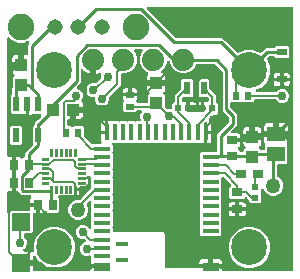
<source format=gbr>
G04 EAGLE Gerber RS-274X export*
G75*
%MOMM*%
%FSLAX34Y34*%
%LPD*%
%INTop Copper*%
%IPPOS*%
%AMOC8*
5,1,8,0,0,1.08239X$1,22.5*%
G01*
%ADD10C,1.270000*%
%ADD11C,3.045000*%
%ADD12R,1.000000X1.100000*%
%ADD13R,0.590000X0.630000*%
%ADD14R,0.700000X0.900000*%
%ADD15R,0.939800X0.660400*%
%ADD16C,1.879600*%
%ADD17R,0.850000X0.800000*%
%ADD18R,0.600000X0.540000*%
%ADD19R,1.500000X1.500000*%
%ADD20R,1.400000X0.800000*%
%ADD21R,1.400000X0.400000*%
%ADD22R,0.400000X1.400000*%
%ADD23R,1.000000X0.400000*%
%ADD24C,0.055000*%
%ADD25C,1.308000*%
%ADD26C,2.250000*%
%ADD27R,0.550000X1.200000*%
%ADD28R,1.100000X1.000000*%
%ADD29R,1.500000X1.300000*%
%ADD30R,0.600000X1.100000*%
%ADD31R,0.830000X0.630000*%
%ADD32R,0.900000X0.700000*%
%ADD33R,0.700000X0.600000*%
%ADD34R,0.600000X0.700000*%
%ADD35C,0.203200*%
%ADD36C,0.756400*%
%ADD37C,0.200000*%
%ADD38C,0.609600*%
%ADD39C,0.254000*%
%ADD40C,0.152400*%

G36*
X399406Y31766D02*
X399406Y31766D01*
X399525Y31773D01*
X399563Y31786D01*
X399604Y31791D01*
X399714Y31834D01*
X399827Y31871D01*
X399862Y31893D01*
X399899Y31908D01*
X399995Y31977D01*
X400096Y32041D01*
X400124Y32071D01*
X400157Y32094D01*
X400233Y32186D01*
X400314Y32273D01*
X400334Y32308D01*
X400359Y32339D01*
X400410Y32447D01*
X400468Y32551D01*
X400478Y32591D01*
X400495Y32627D01*
X400517Y32744D01*
X400547Y32859D01*
X400551Y32919D01*
X400555Y32939D01*
X400553Y32960D01*
X400557Y33020D01*
X400557Y254508D01*
X400542Y254626D01*
X400535Y254745D01*
X400522Y254783D01*
X400517Y254824D01*
X400474Y254934D01*
X400437Y255047D01*
X400415Y255082D01*
X400400Y255119D01*
X400331Y255215D01*
X400267Y255316D01*
X400237Y255344D01*
X400214Y255377D01*
X400122Y255453D01*
X400035Y255534D01*
X400000Y255554D01*
X399969Y255579D01*
X399861Y255630D01*
X399757Y255688D01*
X399717Y255698D01*
X399681Y255715D01*
X399564Y255737D01*
X399449Y255767D01*
X399389Y255771D01*
X399369Y255775D01*
X399348Y255773D01*
X399288Y255777D01*
X277738Y255777D01*
X277600Y255760D01*
X277461Y255747D01*
X277442Y255740D01*
X277422Y255737D01*
X277293Y255686D01*
X277162Y255639D01*
X277145Y255628D01*
X277127Y255620D01*
X277014Y255539D01*
X276899Y255461D01*
X276886Y255445D01*
X276869Y255434D01*
X276781Y255326D01*
X276688Y255222D01*
X276679Y255204D01*
X276666Y255189D01*
X276607Y255063D01*
X276544Y254939D01*
X276539Y254919D01*
X276531Y254901D01*
X276505Y254765D01*
X276474Y254629D01*
X276475Y254608D01*
X276471Y254589D01*
X276480Y254450D01*
X276484Y254311D01*
X276490Y254291D01*
X276491Y254271D01*
X276534Y254139D01*
X276572Y254005D01*
X276583Y253988D01*
X276589Y253969D01*
X276663Y253851D01*
X276734Y253731D01*
X276752Y253710D01*
X276759Y253700D01*
X276774Y253686D01*
X276840Y253611D01*
X300716Y229734D01*
X300795Y229674D01*
X300867Y229606D01*
X300920Y229577D01*
X300968Y229540D01*
X301059Y229500D01*
X301145Y229452D01*
X301204Y229437D01*
X301259Y229413D01*
X301357Y229398D01*
X301453Y229373D01*
X301553Y229367D01*
X301574Y229363D01*
X301586Y229365D01*
X301614Y229363D01*
X340528Y229363D01*
X342834Y227057D01*
X342834Y227056D01*
X352715Y217176D01*
X352738Y217158D01*
X352757Y217136D01*
X352863Y217061D01*
X352966Y216981D01*
X352993Y216970D01*
X353017Y216953D01*
X353138Y216907D01*
X353258Y216855D01*
X353287Y216850D01*
X353314Y216840D01*
X353443Y216825D01*
X353572Y216805D01*
X353601Y216808D01*
X353631Y216805D01*
X353759Y216823D01*
X353888Y216835D01*
X353916Y216845D01*
X353945Y216849D01*
X354098Y216901D01*
X359787Y219258D01*
X366653Y219258D01*
X372342Y216901D01*
X372371Y216893D01*
X372397Y216880D01*
X372524Y216851D01*
X372649Y216817D01*
X372679Y216817D01*
X372707Y216810D01*
X372837Y216814D01*
X372967Y216812D01*
X372996Y216819D01*
X373025Y216820D01*
X373150Y216856D01*
X373276Y216886D01*
X373302Y216900D01*
X373331Y216908D01*
X373442Y216974D01*
X373557Y217035D01*
X373579Y217055D01*
X373605Y217070D01*
X373725Y217176D01*
X374785Y218236D01*
X374786Y218236D01*
X377092Y220543D01*
X383254Y220543D01*
X383352Y220555D01*
X383451Y220558D01*
X383510Y220575D01*
X383570Y220583D01*
X383662Y220619D01*
X383757Y220647D01*
X383809Y220677D01*
X383865Y220700D01*
X383946Y220758D01*
X384031Y220808D01*
X384106Y220874D01*
X384123Y220886D01*
X384131Y220896D01*
X384152Y220914D01*
X385660Y222423D01*
X395644Y222423D01*
X396835Y221232D01*
X396835Y213248D01*
X395644Y212057D01*
X385660Y212057D01*
X384152Y213566D01*
X384073Y213626D01*
X384001Y213694D01*
X383948Y213723D01*
X383900Y213760D01*
X383810Y213800D01*
X383723Y213848D01*
X383664Y213863D01*
X383609Y213887D01*
X383511Y213902D01*
X383415Y213927D01*
X383315Y213933D01*
X383295Y213937D01*
X383282Y213935D01*
X383254Y213937D01*
X380354Y213937D01*
X380256Y213925D01*
X380157Y213922D01*
X380098Y213905D01*
X380038Y213897D01*
X379946Y213861D01*
X379851Y213833D01*
X379799Y213803D01*
X379743Y213780D01*
X379663Y213722D01*
X379577Y213672D01*
X379502Y213606D01*
X379485Y213594D01*
X379477Y213584D01*
X379456Y213566D01*
X378396Y212505D01*
X378378Y212482D01*
X378356Y212463D01*
X378281Y212357D01*
X378201Y212254D01*
X378190Y212227D01*
X378173Y212203D01*
X378126Y212081D01*
X378075Y211962D01*
X378070Y211933D01*
X378060Y211906D01*
X378045Y211777D01*
X378025Y211648D01*
X378028Y211619D01*
X378025Y211589D01*
X378043Y211461D01*
X378055Y211332D01*
X378065Y211304D01*
X378069Y211275D01*
X378121Y211122D01*
X380478Y205433D01*
X380478Y198567D01*
X377850Y192224D01*
X372996Y187370D01*
X369280Y185831D01*
X369220Y185796D01*
X369155Y185770D01*
X369082Y185718D01*
X369004Y185673D01*
X368954Y185625D01*
X368897Y185584D01*
X368840Y185514D01*
X368776Y185452D01*
X368739Y185392D01*
X368695Y185339D01*
X368656Y185257D01*
X368609Y185181D01*
X368589Y185114D01*
X368559Y185051D01*
X368542Y184963D01*
X368516Y184877D01*
X368512Y184807D01*
X368499Y184738D01*
X368505Y184649D01*
X368501Y184559D01*
X368515Y184491D01*
X368519Y184421D01*
X368547Y184336D01*
X368565Y184248D01*
X368596Y184185D01*
X368617Y184119D01*
X368665Y184043D01*
X368705Y183962D01*
X368750Y183909D01*
X368787Y183850D01*
X368853Y183788D01*
X368911Y183720D01*
X368968Y183680D01*
X369019Y183632D01*
X369097Y183589D01*
X369171Y183537D01*
X369236Y183512D01*
X369297Y183478D01*
X369384Y183456D01*
X369468Y183424D01*
X369538Y183416D01*
X369605Y183399D01*
X369766Y183389D01*
X385460Y183389D01*
X385558Y183401D01*
X385657Y183404D01*
X385715Y183421D01*
X385775Y183429D01*
X385867Y183465D01*
X385962Y183493D01*
X386015Y183523D01*
X386071Y183546D01*
X386151Y183604D01*
X386236Y183654D01*
X386312Y183720D01*
X386328Y183732D01*
X386336Y183742D01*
X386357Y183760D01*
X387866Y185270D01*
X389889Y186107D01*
X389950Y186142D01*
X390015Y186168D01*
X390056Y186198D01*
X390071Y186195D01*
X390186Y186165D01*
X390246Y186161D01*
X390266Y186157D01*
X390287Y186159D01*
X390347Y186155D01*
X390957Y186155D01*
X391075Y186170D01*
X391194Y186177D01*
X391232Y186190D01*
X391273Y186195D01*
X391383Y186238D01*
X391496Y186275D01*
X391531Y186297D01*
X391568Y186312D01*
X391664Y186381D01*
X391765Y186445D01*
X391793Y186475D01*
X391826Y186498D01*
X391878Y186562D01*
X391890Y186548D01*
X391938Y186472D01*
X391989Y186424D01*
X392032Y186370D01*
X392104Y186315D01*
X392169Y186254D01*
X392231Y186220D01*
X392286Y186178D01*
X392431Y186107D01*
X394454Y185270D01*
X396090Y183634D01*
X396975Y181497D01*
X396975Y179183D01*
X396090Y177046D01*
X394454Y175410D01*
X392317Y174525D01*
X390003Y174525D01*
X387866Y175410D01*
X386357Y176920D01*
X386279Y176980D01*
X386207Y177048D01*
X386154Y177077D01*
X386106Y177114D01*
X386015Y177154D01*
X385928Y177202D01*
X385870Y177217D01*
X385814Y177241D01*
X385716Y177256D01*
X385620Y177281D01*
X385520Y177287D01*
X385500Y177291D01*
X385488Y177289D01*
X385460Y177291D01*
X368426Y177291D01*
X368308Y177276D01*
X368189Y177269D01*
X368151Y177256D01*
X368110Y177251D01*
X368000Y177208D01*
X367887Y177171D01*
X367852Y177149D01*
X367815Y177134D01*
X367719Y177065D01*
X367618Y177001D01*
X367590Y176971D01*
X367557Y176948D01*
X367481Y176856D01*
X367400Y176769D01*
X367380Y176734D01*
X367355Y176703D01*
X367304Y176595D01*
X367246Y176491D01*
X367236Y176451D01*
X367219Y176415D01*
X367197Y176298D01*
X367167Y176183D01*
X367163Y176123D01*
X367159Y176103D01*
X367161Y176082D01*
X367157Y176022D01*
X367157Y175998D01*
X365966Y174807D01*
X358282Y174807D01*
X358022Y175068D01*
X357927Y175141D01*
X357838Y175220D01*
X357802Y175238D01*
X357770Y175263D01*
X357661Y175310D01*
X357555Y175364D01*
X357516Y175373D01*
X357478Y175389D01*
X357361Y175408D01*
X357245Y175434D01*
X357204Y175433D01*
X357164Y175439D01*
X357046Y175428D01*
X356927Y175424D01*
X356888Y175413D01*
X356848Y175409D01*
X356736Y175369D01*
X356621Y175336D01*
X356586Y175315D01*
X356548Y175302D01*
X356450Y175235D01*
X356347Y175174D01*
X356302Y175134D01*
X356285Y175123D01*
X356272Y175108D01*
X356227Y175068D01*
X355966Y174807D01*
X348516Y174807D01*
X348398Y174792D01*
X348279Y174785D01*
X348241Y174772D01*
X348200Y174767D01*
X348090Y174724D01*
X347977Y174687D01*
X347942Y174665D01*
X347905Y174650D01*
X347809Y174581D01*
X347708Y174517D01*
X347680Y174487D01*
X347647Y174464D01*
X347571Y174372D01*
X347490Y174285D01*
X347470Y174250D01*
X347445Y174219D01*
X347394Y174111D01*
X347336Y174007D01*
X347326Y173967D01*
X347309Y173931D01*
X347287Y173814D01*
X347257Y173699D01*
X347253Y173639D01*
X347249Y173619D01*
X347251Y173598D01*
X347247Y173538D01*
X347247Y170678D01*
X347259Y170579D01*
X347262Y170480D01*
X347279Y170422D01*
X347287Y170362D01*
X347323Y170270D01*
X347351Y170175D01*
X347381Y170123D01*
X347404Y170066D01*
X347462Y169986D01*
X347512Y169901D01*
X347578Y169826D01*
X347590Y169809D01*
X347600Y169801D01*
X347618Y169780D01*
X352779Y164620D01*
X352779Y155420D01*
X348210Y150851D01*
X348125Y150742D01*
X348036Y150635D01*
X348028Y150616D01*
X348015Y150600D01*
X347960Y150472D01*
X347901Y150347D01*
X347897Y150327D01*
X347889Y150308D01*
X347867Y150170D01*
X347841Y150034D01*
X347842Y150014D01*
X347839Y149994D01*
X347852Y149855D01*
X347861Y149717D01*
X347867Y149698D01*
X347869Y149678D01*
X347916Y149546D01*
X347959Y149415D01*
X347970Y149397D01*
X347976Y149378D01*
X348054Y149263D01*
X348129Y149146D01*
X348144Y149132D01*
X348155Y149115D01*
X348259Y149023D01*
X348360Y148928D01*
X348378Y148918D01*
X348393Y148905D01*
X348518Y148841D01*
X348639Y148774D01*
X348659Y148769D01*
X348677Y148760D01*
X348812Y148730D01*
X348947Y148695D01*
X348975Y148693D01*
X348987Y148690D01*
X349007Y148691D01*
X349108Y148685D01*
X353322Y148685D01*
X353969Y148512D01*
X354548Y148177D01*
X355021Y147704D01*
X355356Y147125D01*
X355529Y146478D01*
X355529Y144393D01*
X348968Y144393D01*
X348850Y144378D01*
X348731Y144371D01*
X348693Y144358D01*
X348653Y144353D01*
X348542Y144310D01*
X348429Y144273D01*
X348395Y144251D01*
X348357Y144236D01*
X348261Y144167D01*
X348160Y144103D01*
X348132Y144073D01*
X348100Y144050D01*
X348024Y143958D01*
X347942Y143871D01*
X347923Y143836D01*
X347897Y143805D01*
X347846Y143697D01*
X347789Y143593D01*
X347779Y143553D01*
X347761Y143517D01*
X347739Y143400D01*
X347709Y143285D01*
X347705Y143225D01*
X347702Y143205D01*
X347703Y143184D01*
X347699Y143124D01*
X347699Y142164D01*
X347714Y142046D01*
X347721Y141927D01*
X347734Y141889D01*
X347739Y141848D01*
X347783Y141738D01*
X347819Y141625D01*
X347841Y141590D01*
X347856Y141553D01*
X347926Y141456D01*
X347989Y141356D01*
X348019Y141328D01*
X348043Y141295D01*
X348134Y141219D01*
X348221Y141138D01*
X348256Y141118D01*
X348288Y141093D01*
X348395Y141042D01*
X348500Y140984D01*
X348539Y140974D01*
X348575Y140957D01*
X348692Y140935D01*
X348808Y140905D01*
X348868Y140901D01*
X348888Y140897D01*
X348908Y140899D01*
X348968Y140895D01*
X355529Y140895D01*
X355529Y138810D01*
X355356Y138163D01*
X355021Y137584D01*
X354548Y137111D01*
X354299Y136967D01*
X354199Y136891D01*
X354095Y136821D01*
X354073Y136795D01*
X354046Y136775D01*
X353968Y136676D01*
X353884Y136582D01*
X353869Y136552D01*
X353848Y136526D01*
X353797Y136411D01*
X353740Y136299D01*
X353732Y136266D01*
X353719Y136235D01*
X353698Y136111D01*
X353670Y135989D01*
X353671Y135955D01*
X353666Y135922D01*
X353676Y135796D01*
X353680Y135671D01*
X353689Y135638D01*
X353692Y135605D01*
X353733Y135486D01*
X353768Y135365D01*
X353785Y135336D01*
X353796Y135304D01*
X353866Y135200D01*
X353930Y135091D01*
X353962Y135055D01*
X353972Y135039D01*
X353988Y135025D01*
X354036Y134970D01*
X355050Y133956D01*
X355056Y133941D01*
X355061Y133900D01*
X355104Y133790D01*
X355141Y133677D01*
X355163Y133642D01*
X355178Y133605D01*
X355247Y133509D01*
X355311Y133408D01*
X355341Y133380D01*
X355364Y133347D01*
X355456Y133271D01*
X355543Y133190D01*
X355578Y133170D01*
X355609Y133145D01*
X355717Y133094D01*
X355821Y133036D01*
X355861Y133026D01*
X355897Y133009D01*
X356014Y132987D01*
X356129Y132957D01*
X356189Y132953D01*
X356209Y132949D01*
X356230Y132951D01*
X356290Y132947D01*
X357458Y132947D01*
X357576Y132962D01*
X357695Y132969D01*
X357733Y132982D01*
X357774Y132987D01*
X357884Y133030D01*
X357997Y133067D01*
X358032Y133089D01*
X358069Y133104D01*
X358165Y133173D01*
X358266Y133237D01*
X358294Y133267D01*
X358327Y133290D01*
X358403Y133382D01*
X358484Y133469D01*
X358504Y133504D01*
X358529Y133535D01*
X358580Y133643D01*
X358638Y133747D01*
X358648Y133787D01*
X358665Y133823D01*
X358687Y133940D01*
X358717Y134055D01*
X358721Y134115D01*
X358725Y134135D01*
X358723Y134156D01*
X358727Y134216D01*
X358727Y135002D01*
X359712Y135986D01*
X359789Y136086D01*
X359871Y136181D01*
X359886Y136211D01*
X359907Y136238D01*
X359957Y136353D01*
X360013Y136466D01*
X360020Y136499D01*
X360033Y136530D01*
X360053Y136654D01*
X360079Y136777D01*
X360078Y136810D01*
X360083Y136844D01*
X360071Y136969D01*
X360066Y137094D01*
X360056Y137127D01*
X360053Y137160D01*
X360011Y137279D01*
X359974Y137399D01*
X359957Y137428D01*
X359946Y137460D01*
X359875Y137564D01*
X359810Y137671D01*
X359786Y137695D01*
X359767Y137723D01*
X359673Y137806D01*
X359583Y137894D01*
X359542Y137921D01*
X359529Y137933D01*
X359509Y137943D01*
X359449Y137983D01*
X359200Y138127D01*
X358727Y138600D01*
X358392Y139179D01*
X358219Y139826D01*
X358219Y143161D01*
X364530Y143161D01*
X364648Y143176D01*
X364767Y143183D01*
X364805Y143195D01*
X364845Y143201D01*
X364956Y143244D01*
X365069Y143281D01*
X365103Y143303D01*
X365141Y143318D01*
X365237Y143387D01*
X365338Y143451D01*
X365366Y143481D01*
X365398Y143504D01*
X365474Y143596D01*
X365556Y143683D01*
X365575Y143718D01*
X365601Y143749D01*
X365652Y143857D01*
X365709Y143961D01*
X365719Y144001D01*
X365737Y144037D01*
X365757Y144144D01*
X365761Y144114D01*
X365805Y144004D01*
X365841Y143891D01*
X365863Y143856D01*
X365878Y143819D01*
X365948Y143722D01*
X366011Y143622D01*
X366041Y143594D01*
X366065Y143561D01*
X366156Y143485D01*
X366243Y143404D01*
X366278Y143384D01*
X366310Y143359D01*
X366417Y143308D01*
X366522Y143250D01*
X366561Y143240D01*
X366597Y143223D01*
X366714Y143201D01*
X366830Y143171D01*
X366890Y143167D01*
X366910Y143163D01*
X366930Y143165D01*
X366990Y143161D01*
X373301Y143161D01*
X373301Y139826D01*
X373128Y139179D01*
X372793Y138600D01*
X372320Y138127D01*
X372071Y137983D01*
X371971Y137907D01*
X371867Y137837D01*
X371845Y137811D01*
X371818Y137791D01*
X371740Y137692D01*
X371656Y137598D01*
X371641Y137568D01*
X371620Y137542D01*
X371569Y137427D01*
X371512Y137315D01*
X371504Y137282D01*
X371491Y137251D01*
X371470Y137127D01*
X371442Y137005D01*
X371443Y136971D01*
X371438Y136938D01*
X371448Y136812D01*
X371452Y136687D01*
X371461Y136654D01*
X371464Y136621D01*
X371505Y136502D01*
X371540Y136381D01*
X371557Y136352D01*
X371568Y136320D01*
X371638Y136216D01*
X371702Y136107D01*
X371734Y136071D01*
X371744Y136055D01*
X371760Y136041D01*
X371808Y135986D01*
X372920Y134874D01*
X372998Y134814D01*
X373071Y134746D01*
X373124Y134717D01*
X373172Y134680D01*
X373262Y134640D01*
X373349Y134592D01*
X373408Y134577D01*
X373463Y134553D01*
X373561Y134538D01*
X373657Y134513D01*
X373757Y134507D01*
X373777Y134503D01*
X373790Y134505D01*
X373818Y134503D01*
X375278Y134503D01*
X375396Y134518D01*
X375515Y134525D01*
X375553Y134538D01*
X375594Y134543D01*
X375704Y134586D01*
X375817Y134623D01*
X375852Y134645D01*
X375889Y134660D01*
X375985Y134729D01*
X376086Y134793D01*
X376114Y134823D01*
X376147Y134846D01*
X376223Y134938D01*
X376304Y135025D01*
X376324Y135060D01*
X376349Y135091D01*
X376400Y135199D01*
X376458Y135303D01*
X376468Y135343D01*
X376485Y135379D01*
X376507Y135496D01*
X376537Y135611D01*
X376541Y135671D01*
X376545Y135691D01*
X376543Y135712D01*
X376547Y135772D01*
X376547Y138567D01*
X376601Y138627D01*
X376619Y138663D01*
X376644Y138695D01*
X376691Y138804D01*
X376745Y138911D01*
X376754Y138950D01*
X376770Y138986D01*
X376789Y139104D01*
X376815Y139221D01*
X376813Y139261D01*
X376820Y139300D01*
X376809Y139419D01*
X376805Y139539D01*
X376794Y139577D01*
X376790Y139617D01*
X376750Y139729D01*
X376716Y139844D01*
X376696Y139879D01*
X376682Y139916D01*
X376635Y139986D01*
X376630Y139995D01*
X376212Y140719D01*
X376039Y141366D01*
X376039Y145661D01*
X384810Y145661D01*
X384928Y145676D01*
X385047Y145683D01*
X385085Y145696D01*
X385125Y145701D01*
X385236Y145744D01*
X385349Y145781D01*
X385384Y145803D01*
X385421Y145818D01*
X385517Y145888D01*
X385618Y145951D01*
X385646Y145981D01*
X385678Y146005D01*
X385754Y146096D01*
X385836Y146183D01*
X385855Y146218D01*
X385881Y146249D01*
X385932Y146357D01*
X385989Y146461D01*
X386000Y146501D01*
X386017Y146537D01*
X386039Y146654D01*
X386069Y146769D01*
X386073Y146830D01*
X386077Y146850D01*
X386075Y146870D01*
X386079Y146930D01*
X386079Y148201D01*
X386081Y148201D01*
X386081Y146930D01*
X386096Y146812D01*
X386103Y146693D01*
X386116Y146655D01*
X386121Y146615D01*
X386165Y146504D01*
X386201Y146391D01*
X386223Y146356D01*
X386238Y146319D01*
X386308Y146223D01*
X386371Y146122D01*
X386401Y146094D01*
X386425Y146061D01*
X386516Y145986D01*
X386603Y145904D01*
X386638Y145884D01*
X386670Y145859D01*
X386777Y145808D01*
X386881Y145750D01*
X386921Y145740D01*
X386957Y145723D01*
X387074Y145701D01*
X387189Y145671D01*
X387250Y145667D01*
X387270Y145663D01*
X387290Y145665D01*
X387350Y145661D01*
X396121Y145661D01*
X396121Y141366D01*
X395948Y140719D01*
X395572Y140069D01*
X395560Y140055D01*
X395541Y140019D01*
X395517Y139988D01*
X395469Y139878D01*
X395415Y139772D01*
X395406Y139733D01*
X395390Y139696D01*
X395372Y139578D01*
X395345Y139461D01*
X395347Y139422D01*
X395340Y139382D01*
X395351Y139263D01*
X395355Y139143D01*
X395366Y139105D01*
X395370Y139065D01*
X395410Y138953D01*
X395443Y138838D01*
X395464Y138804D01*
X395477Y138766D01*
X395544Y138667D01*
X395605Y138564D01*
X395613Y138555D01*
X395613Y123858D01*
X394422Y122667D01*
X388112Y122667D01*
X387994Y122652D01*
X387875Y122645D01*
X387837Y122632D01*
X387796Y122627D01*
X387686Y122584D01*
X387573Y122547D01*
X387538Y122525D01*
X387501Y122510D01*
X387405Y122441D01*
X387304Y122377D01*
X387276Y122347D01*
X387243Y122324D01*
X387167Y122232D01*
X387086Y122145D01*
X387066Y122110D01*
X387041Y122079D01*
X386990Y121971D01*
X386932Y121867D01*
X386922Y121827D01*
X386905Y121791D01*
X386883Y121674D01*
X386853Y121559D01*
X386849Y121499D01*
X386845Y121479D01*
X386847Y121458D01*
X386843Y121398D01*
X386843Y112693D01*
X386846Y112664D01*
X386844Y112635D01*
X386866Y112507D01*
X386883Y112378D01*
X386893Y112350D01*
X386898Y112321D01*
X386952Y112203D01*
X387000Y112082D01*
X387017Y112058D01*
X387029Y112031D01*
X387110Y111930D01*
X387186Y111825D01*
X387209Y111806D01*
X387228Y111783D01*
X387331Y111705D01*
X387431Y111622D01*
X387458Y111609D01*
X387482Y111592D01*
X387626Y111521D01*
X388288Y111247D01*
X390647Y108888D01*
X391923Y105807D01*
X391923Y102473D01*
X390647Y99392D01*
X388288Y97033D01*
X385207Y95757D01*
X381873Y95757D01*
X378792Y97033D01*
X376433Y99392D01*
X375775Y100982D01*
X375740Y101043D01*
X375714Y101108D01*
X375662Y101180D01*
X375617Y101258D01*
X375569Y101309D01*
X375528Y101365D01*
X375458Y101422D01*
X375396Y101487D01*
X375336Y101523D01*
X375283Y101568D01*
X375201Y101606D01*
X375125Y101653D01*
X375058Y101674D01*
X374995Y101703D01*
X374907Y101720D01*
X374821Y101747D01*
X374751Y101750D01*
X374682Y101763D01*
X374593Y101758D01*
X374503Y101762D01*
X374435Y101748D01*
X374365Y101743D01*
X374280Y101716D01*
X374192Y101698D01*
X374129Y101667D01*
X374063Y101645D01*
X373987Y101597D01*
X373906Y101558D01*
X373853Y101513D01*
X373794Y101475D01*
X373732Y101410D01*
X373664Y101352D01*
X373624Y101294D01*
X373576Y101244D01*
X373533Y101165D01*
X373481Y101091D01*
X373456Y101026D01*
X373422Y100965D01*
X373400Y100878D01*
X373368Y100794D01*
X373360Y100725D01*
X373343Y100657D01*
X373333Y100496D01*
X373333Y99303D01*
X373300Y99266D01*
X373282Y99230D01*
X373257Y99198D01*
X373210Y99089D01*
X373156Y98983D01*
X373147Y98944D01*
X373131Y98906D01*
X373112Y98789D01*
X373086Y98673D01*
X373087Y98632D01*
X373081Y98592D01*
X373092Y98474D01*
X373096Y98355D01*
X373107Y98316D01*
X373111Y98276D01*
X373151Y98164D01*
X373184Y98049D01*
X373205Y98015D01*
X373218Y97976D01*
X373285Y97878D01*
X373333Y97798D01*
X373333Y90690D01*
X372142Y89499D01*
X364458Y89499D01*
X363267Y90690D01*
X363267Y91635D01*
X363255Y91734D01*
X363252Y91833D01*
X363235Y91891D01*
X363227Y91951D01*
X363191Y92043D01*
X363163Y92138D01*
X363133Y92190D01*
X363110Y92247D01*
X363052Y92327D01*
X363002Y92412D01*
X362936Y92487D01*
X362924Y92504D01*
X362914Y92512D01*
X362896Y92533D01*
X361304Y94125D01*
X361209Y94198D01*
X361120Y94277D01*
X361084Y94295D01*
X361052Y94320D01*
X360943Y94367D01*
X360837Y94421D01*
X360798Y94430D01*
X360760Y94446D01*
X360643Y94465D01*
X360527Y94491D01*
X360486Y94490D01*
X360446Y94496D01*
X360328Y94485D01*
X360209Y94481D01*
X360170Y94470D01*
X360130Y94466D01*
X360018Y94426D01*
X359903Y94393D01*
X359869Y94372D01*
X359830Y94359D01*
X359732Y94292D01*
X359629Y94231D01*
X359584Y94192D01*
X359567Y94180D01*
X359554Y94165D01*
X359509Y94125D01*
X358601Y93217D01*
X347519Y93217D01*
X346328Y94408D01*
X346328Y102696D01*
X347363Y103731D01*
X347436Y103825D01*
X347515Y103914D01*
X347533Y103950D01*
X347558Y103982D01*
X347605Y104091D01*
X347659Y104197D01*
X347668Y104237D01*
X347684Y104274D01*
X347703Y104391D01*
X347729Y104507D01*
X347728Y104548D01*
X347734Y104588D01*
X347723Y104706D01*
X347719Y104825D01*
X347708Y104864D01*
X347704Y104904D01*
X347664Y105017D01*
X347631Y105131D01*
X347610Y105166D01*
X347597Y105204D01*
X347530Y105302D01*
X347469Y105405D01*
X347429Y105450D01*
X347418Y105467D01*
X347403Y105480D01*
X347363Y105526D01*
X341679Y111209D01*
X341570Y111294D01*
X341463Y111383D01*
X341444Y111391D01*
X341428Y111404D01*
X341300Y111459D01*
X341175Y111518D01*
X341155Y111522D01*
X341136Y111530D01*
X340998Y111552D01*
X340862Y111578D01*
X340842Y111577D01*
X340822Y111580D01*
X340683Y111567D01*
X340545Y111558D01*
X340526Y111552D01*
X340506Y111550D01*
X340374Y111503D01*
X340243Y111460D01*
X340225Y111450D01*
X340206Y111443D01*
X340091Y111365D01*
X339974Y111290D01*
X339960Y111275D01*
X339943Y111264D01*
X339851Y111160D01*
X339756Y111059D01*
X339746Y111041D01*
X339733Y111026D01*
X339669Y110902D01*
X339602Y110780D01*
X339597Y110761D01*
X339588Y110742D01*
X339558Y110607D01*
X339523Y110472D01*
X339521Y110444D01*
X339518Y110432D01*
X339519Y110412D01*
X339513Y110311D01*
X339513Y104703D01*
X339510Y104697D01*
X339456Y104591D01*
X339447Y104551D01*
X339431Y104514D01*
X339412Y104397D01*
X339386Y104280D01*
X339387Y104240D01*
X339381Y104200D01*
X339392Y104082D01*
X339396Y103963D01*
X339407Y103924D01*
X339411Y103884D01*
X339451Y103771D01*
X339484Y103657D01*
X339505Y103622D01*
X339513Y103600D01*
X339513Y97703D01*
X339510Y97697D01*
X339456Y97591D01*
X339447Y97551D01*
X339431Y97514D01*
X339412Y97397D01*
X339386Y97280D01*
X339387Y97240D01*
X339381Y97200D01*
X339392Y97082D01*
X339396Y96963D01*
X339407Y96924D01*
X339411Y96884D01*
X339451Y96771D01*
X339484Y96657D01*
X339505Y96622D01*
X339513Y96600D01*
X339513Y90703D01*
X339510Y90697D01*
X339456Y90591D01*
X339447Y90551D01*
X339431Y90514D01*
X339412Y90397D01*
X339386Y90280D01*
X339387Y90240D01*
X339381Y90200D01*
X339392Y90082D01*
X339396Y89963D01*
X339407Y89924D01*
X339411Y89884D01*
X339451Y89771D01*
X339484Y89657D01*
X339505Y89622D01*
X339513Y89600D01*
X339513Y83703D01*
X339510Y83697D01*
X339456Y83591D01*
X339447Y83551D01*
X339431Y83514D01*
X339412Y83397D01*
X339386Y83280D01*
X339387Y83240D01*
X339381Y83200D01*
X339392Y83082D01*
X339396Y82963D01*
X339407Y82924D01*
X339411Y82884D01*
X339451Y82771D01*
X339484Y82657D01*
X339505Y82622D01*
X339513Y82600D01*
X339513Y76703D01*
X339510Y76697D01*
X339456Y76591D01*
X339447Y76551D01*
X339431Y76514D01*
X339412Y76397D01*
X339386Y76280D01*
X339387Y76240D01*
X339381Y76200D01*
X339392Y76082D01*
X339396Y75963D01*
X339407Y75924D01*
X339411Y75884D01*
X339451Y75771D01*
X339484Y75657D01*
X339505Y75622D01*
X339513Y75600D01*
X339513Y69703D01*
X339510Y69697D01*
X339456Y69591D01*
X339447Y69551D01*
X339431Y69514D01*
X339412Y69397D01*
X339386Y69280D01*
X339387Y69240D01*
X339381Y69200D01*
X339392Y69082D01*
X339396Y68963D01*
X339407Y68924D01*
X339411Y68884D01*
X339451Y68771D01*
X339484Y68657D01*
X339505Y68622D01*
X339513Y68600D01*
X339513Y62818D01*
X338322Y61627D01*
X322638Y61627D01*
X321447Y62818D01*
X321447Y68617D01*
X321450Y68623D01*
X321504Y68729D01*
X321513Y68768D01*
X321529Y68805D01*
X321548Y68923D01*
X321574Y69039D01*
X321573Y69080D01*
X321579Y69120D01*
X321568Y69238D01*
X321564Y69357D01*
X321553Y69396D01*
X321549Y69436D01*
X321509Y69548D01*
X321476Y69663D01*
X321455Y69697D01*
X321447Y69720D01*
X321447Y75617D01*
X321450Y75623D01*
X321504Y75729D01*
X321513Y75768D01*
X321529Y75805D01*
X321548Y75923D01*
X321574Y76039D01*
X321573Y76080D01*
X321579Y76120D01*
X321568Y76238D01*
X321564Y76357D01*
X321553Y76396D01*
X321549Y76436D01*
X321509Y76548D01*
X321476Y76663D01*
X321455Y76697D01*
X321447Y76720D01*
X321447Y82617D01*
X321450Y82623D01*
X321504Y82729D01*
X321513Y82768D01*
X321529Y82805D01*
X321548Y82923D01*
X321574Y83039D01*
X321573Y83080D01*
X321579Y83120D01*
X321568Y83238D01*
X321564Y83357D01*
X321553Y83396D01*
X321549Y83436D01*
X321509Y83548D01*
X321476Y83663D01*
X321455Y83697D01*
X321447Y83720D01*
X321447Y89617D01*
X321450Y89623D01*
X321504Y89729D01*
X321513Y89768D01*
X321529Y89805D01*
X321548Y89923D01*
X321574Y90039D01*
X321573Y90080D01*
X321579Y90120D01*
X321568Y90238D01*
X321564Y90357D01*
X321553Y90396D01*
X321549Y90436D01*
X321509Y90548D01*
X321476Y90663D01*
X321455Y90697D01*
X321447Y90720D01*
X321447Y96617D01*
X321450Y96623D01*
X321504Y96729D01*
X321513Y96768D01*
X321529Y96805D01*
X321548Y96923D01*
X321574Y97039D01*
X321573Y97080D01*
X321579Y97120D01*
X321568Y97238D01*
X321564Y97357D01*
X321553Y97396D01*
X321549Y97436D01*
X321509Y97548D01*
X321476Y97663D01*
X321455Y97697D01*
X321447Y97720D01*
X321447Y103617D01*
X321450Y103623D01*
X321504Y103729D01*
X321513Y103768D01*
X321529Y103805D01*
X321548Y103923D01*
X321574Y104039D01*
X321573Y104080D01*
X321579Y104120D01*
X321568Y104238D01*
X321564Y104357D01*
X321553Y104396D01*
X321549Y104436D01*
X321509Y104548D01*
X321476Y104663D01*
X321455Y104697D01*
X321447Y104720D01*
X321447Y110617D01*
X321450Y110623D01*
X321504Y110729D01*
X321513Y110768D01*
X321529Y110805D01*
X321548Y110923D01*
X321574Y111039D01*
X321573Y111080D01*
X321579Y111120D01*
X321568Y111238D01*
X321564Y111357D01*
X321553Y111396D01*
X321549Y111436D01*
X321509Y111548D01*
X321476Y111663D01*
X321455Y111697D01*
X321447Y111720D01*
X321447Y117617D01*
X321450Y117623D01*
X321504Y117729D01*
X321513Y117768D01*
X321529Y117805D01*
X321548Y117923D01*
X321574Y118039D01*
X321573Y118080D01*
X321579Y118120D01*
X321568Y118238D01*
X321564Y118357D01*
X321553Y118396D01*
X321549Y118436D01*
X321509Y118548D01*
X321476Y118663D01*
X321455Y118697D01*
X321447Y118720D01*
X321447Y124617D01*
X321450Y124623D01*
X321504Y124729D01*
X321513Y124768D01*
X321529Y124805D01*
X321548Y124923D01*
X321574Y125039D01*
X321573Y125080D01*
X321579Y125120D01*
X321568Y125238D01*
X321564Y125357D01*
X321553Y125396D01*
X321549Y125436D01*
X321509Y125548D01*
X321476Y125663D01*
X321455Y125697D01*
X321447Y125720D01*
X321447Y131502D01*
X322638Y132693D01*
X329316Y132693D01*
X329414Y132705D01*
X329513Y132708D01*
X329572Y132725D01*
X329632Y132733D01*
X329724Y132769D01*
X329819Y132797D01*
X329871Y132827D01*
X329927Y132850D01*
X330007Y132908D01*
X330074Y132947D01*
X334772Y132947D01*
X334890Y132962D01*
X335009Y132969D01*
X335047Y132982D01*
X335088Y132987D01*
X335198Y133030D01*
X335311Y133067D01*
X335346Y133089D01*
X335383Y133104D01*
X335479Y133173D01*
X335580Y133237D01*
X335608Y133267D01*
X335641Y133290D01*
X335717Y133382D01*
X335798Y133469D01*
X335818Y133504D01*
X335843Y133535D01*
X335894Y133643D01*
X335952Y133747D01*
X335962Y133787D01*
X335979Y133823D01*
X336001Y133940D01*
X336031Y134055D01*
X336035Y134115D01*
X336039Y134135D01*
X336037Y134156D01*
X336041Y134216D01*
X336041Y148024D01*
X345802Y157784D01*
X345862Y157863D01*
X345930Y157935D01*
X345952Y157974D01*
X345969Y157995D01*
X345976Y158009D01*
X345996Y158036D01*
X346036Y158127D01*
X346084Y158213D01*
X346098Y158268D01*
X346105Y158283D01*
X346106Y158288D01*
X346123Y158328D01*
X346138Y158426D01*
X346163Y158521D01*
X346169Y158621D01*
X346173Y158642D01*
X346171Y158654D01*
X346173Y158682D01*
X346173Y161358D01*
X346161Y161456D01*
X346158Y161555D01*
X346141Y161614D01*
X346133Y161674D01*
X346097Y161766D01*
X346069Y161861D01*
X346039Y161913D01*
X346016Y161969D01*
X345958Y162049D01*
X345908Y162135D01*
X345842Y162210D01*
X345830Y162227D01*
X345820Y162234D01*
X345802Y162256D01*
X340641Y167416D01*
X340641Y200234D01*
X340629Y200331D01*
X340626Y200431D01*
X340609Y200489D01*
X340601Y200549D01*
X340565Y200641D01*
X340537Y200736D01*
X340507Y200788D01*
X340484Y200845D01*
X340426Y200925D01*
X340376Y201010D01*
X340310Y201086D01*
X340298Y201102D01*
X340288Y201110D01*
X340270Y201131D01*
X334653Y206748D01*
X334575Y206808D01*
X334503Y206876D01*
X334450Y206905D01*
X334402Y206942D01*
X334311Y206982D01*
X334224Y207030D01*
X334166Y207045D01*
X334110Y207069D01*
X334012Y207084D01*
X333916Y207109D01*
X333816Y207115D01*
X333796Y207119D01*
X333784Y207117D01*
X333756Y207119D01*
X319028Y207119D01*
X318999Y207116D01*
X318969Y207118D01*
X318841Y207096D01*
X318712Y207079D01*
X318685Y207069D01*
X318656Y207064D01*
X318537Y207010D01*
X318417Y206962D01*
X318393Y206945D01*
X318366Y206933D01*
X318264Y206852D01*
X318159Y206776D01*
X318140Y206753D01*
X318117Y206734D01*
X318039Y206631D01*
X317956Y206531D01*
X317944Y206504D01*
X317926Y206480D01*
X317855Y206336D01*
X317031Y204345D01*
X313815Y201129D01*
X309614Y199389D01*
X305066Y199389D01*
X300865Y201129D01*
X297649Y204345D01*
X295909Y208546D01*
X295909Y208896D01*
X295897Y208995D01*
X295894Y209094D01*
X295877Y209152D01*
X295869Y209212D01*
X295833Y209304D01*
X295805Y209399D01*
X295775Y209451D01*
X295752Y209508D01*
X295694Y209588D01*
X295644Y209673D01*
X295578Y209748D01*
X295568Y209762D01*
X295566Y209765D01*
X295556Y209773D01*
X295538Y209794D01*
X295537Y209794D01*
X295428Y209879D01*
X295321Y209968D01*
X295302Y209976D01*
X295286Y209989D01*
X295158Y210044D01*
X295033Y210103D01*
X295013Y210107D01*
X294994Y210115D01*
X294856Y210137D01*
X294720Y210163D01*
X294700Y210162D01*
X294680Y210165D01*
X294541Y210152D01*
X294403Y210143D01*
X294384Y210137D01*
X294364Y210135D01*
X294232Y210088D01*
X294101Y210045D01*
X294083Y210034D01*
X294064Y210028D01*
X293949Y209949D01*
X293832Y209875D01*
X293818Y209860D01*
X293801Y209849D01*
X293709Y209745D01*
X293614Y209644D01*
X293604Y209626D01*
X293591Y209611D01*
X293527Y209487D01*
X293460Y209365D01*
X293455Y209345D01*
X293446Y209327D01*
X293416Y209192D01*
X293381Y209057D01*
X293379Y209029D01*
X293376Y209017D01*
X293377Y208997D01*
X293371Y208896D01*
X293371Y208546D01*
X291631Y204345D01*
X288873Y201587D01*
X288788Y201478D01*
X288699Y201371D01*
X288690Y201352D01*
X288678Y201336D01*
X288623Y201208D01*
X288564Y201083D01*
X288560Y201063D01*
X288552Y201044D01*
X288530Y200906D01*
X288504Y200770D01*
X288505Y200750D01*
X288502Y200730D01*
X288515Y200591D01*
X288524Y200453D01*
X288530Y200434D01*
X288532Y200414D01*
X288579Y200282D01*
X288622Y200151D01*
X288632Y200133D01*
X288639Y200114D01*
X288717Y199999D01*
X288792Y199882D01*
X288806Y199868D01*
X288818Y199851D01*
X288922Y199759D01*
X289023Y199664D01*
X289041Y199654D01*
X289056Y199641D01*
X289180Y199577D01*
X289302Y199510D01*
X289321Y199505D01*
X289339Y199496D01*
X289475Y199466D01*
X289610Y199431D01*
X289638Y199429D01*
X289650Y199426D01*
X289670Y199427D01*
X289770Y199421D01*
X289814Y199421D01*
X290461Y199248D01*
X291040Y198913D01*
X291513Y198440D01*
X291848Y197861D01*
X292021Y197214D01*
X292021Y193879D01*
X285710Y193879D01*
X285592Y193864D01*
X285473Y193857D01*
X285435Y193844D01*
X285395Y193839D01*
X285284Y193796D01*
X285171Y193759D01*
X285137Y193737D01*
X285099Y193722D01*
X285003Y193653D01*
X284902Y193589D01*
X284874Y193559D01*
X284842Y193536D01*
X284766Y193444D01*
X284684Y193357D01*
X284665Y193322D01*
X284639Y193291D01*
X284588Y193183D01*
X284531Y193079D01*
X284521Y193039D01*
X284503Y193003D01*
X284483Y192896D01*
X284479Y192926D01*
X284435Y193036D01*
X284399Y193149D01*
X284377Y193184D01*
X284362Y193221D01*
X284292Y193317D01*
X284229Y193418D01*
X284199Y193446D01*
X284175Y193479D01*
X284084Y193555D01*
X283997Y193636D01*
X283962Y193656D01*
X283930Y193681D01*
X283823Y193732D01*
X283718Y193790D01*
X283679Y193800D01*
X283643Y193817D01*
X283526Y193839D01*
X283410Y193869D01*
X283350Y193873D01*
X283330Y193877D01*
X283310Y193875D01*
X283250Y193879D01*
X276939Y193879D01*
X276939Y197214D01*
X277112Y197861D01*
X277458Y198460D01*
X277492Y198491D01*
X277553Y198582D01*
X277571Y198607D01*
X277575Y198611D01*
X277575Y198612D01*
X277620Y198669D01*
X277640Y198715D01*
X277667Y198756D01*
X277703Y198860D01*
X277746Y198961D01*
X277754Y199010D01*
X277770Y199057D01*
X277779Y199167D01*
X277796Y199275D01*
X277791Y199325D01*
X277795Y199374D01*
X277777Y199483D01*
X277766Y199592D01*
X277750Y199639D01*
X277741Y199688D01*
X277696Y199788D01*
X277659Y199891D01*
X277631Y199932D01*
X277610Y199978D01*
X277542Y200063D01*
X277480Y200154D01*
X277443Y200187D01*
X277412Y200226D01*
X277324Y200292D01*
X277242Y200365D01*
X277198Y200387D01*
X277158Y200417D01*
X277013Y200488D01*
X275465Y201129D01*
X272249Y204345D01*
X270509Y208546D01*
X270509Y213094D01*
X272249Y217295D01*
X272497Y217542D01*
X272582Y217652D01*
X272671Y217759D01*
X272680Y217778D01*
X272692Y217794D01*
X272747Y217921D01*
X272806Y218047D01*
X272810Y218067D01*
X272818Y218086D01*
X272840Y218223D01*
X272866Y218360D01*
X272865Y218380D01*
X272868Y218400D01*
X272855Y218539D01*
X272846Y218677D01*
X272840Y218696D01*
X272838Y218716D01*
X272791Y218848D01*
X272748Y218979D01*
X272738Y218996D01*
X272731Y219016D01*
X272653Y219131D01*
X272578Y219248D01*
X272564Y219262D01*
X272552Y219279D01*
X272448Y219371D01*
X272347Y219466D01*
X272329Y219476D01*
X272314Y219489D01*
X272190Y219553D01*
X272068Y219620D01*
X272049Y219625D01*
X272031Y219634D01*
X271894Y219664D01*
X271760Y219699D01*
X271732Y219701D01*
X271720Y219704D01*
X271700Y219703D01*
X271600Y219709D01*
X266880Y219709D01*
X266743Y219692D01*
X266604Y219679D01*
X266585Y219672D01*
X266565Y219669D01*
X266435Y219618D01*
X266305Y219571D01*
X266288Y219560D01*
X266269Y219552D01*
X266157Y219471D01*
X266042Y219393D01*
X266028Y219377D01*
X266012Y219366D01*
X265923Y219259D01*
X265831Y219154D01*
X265822Y219136D01*
X265809Y219121D01*
X265750Y218995D01*
X265687Y218871D01*
X265682Y218851D01*
X265674Y218833D01*
X265647Y218697D01*
X265617Y218561D01*
X265618Y218540D01*
X265614Y218521D01*
X265622Y218382D01*
X265627Y218243D01*
X265632Y218223D01*
X265634Y218203D01*
X265676Y218071D01*
X265715Y217937D01*
X265725Y217920D01*
X265732Y217901D01*
X265806Y217783D01*
X265877Y217663D01*
X265895Y217642D01*
X265902Y217632D01*
X265917Y217618D01*
X265983Y217542D01*
X266231Y217295D01*
X267971Y213094D01*
X267971Y208546D01*
X266231Y204345D01*
X263015Y201129D01*
X258814Y199389D01*
X255778Y199389D01*
X255660Y199374D01*
X255541Y199367D01*
X255503Y199354D01*
X255462Y199349D01*
X255352Y199306D01*
X255239Y199269D01*
X255204Y199247D01*
X255167Y199232D01*
X255071Y199163D01*
X254970Y199099D01*
X254942Y199069D01*
X254909Y199046D01*
X254833Y198954D01*
X254752Y198867D01*
X254732Y198832D01*
X254707Y198801D01*
X254656Y198693D01*
X254598Y198589D01*
X254588Y198549D01*
X254571Y198513D01*
X254549Y198396D01*
X254519Y198281D01*
X254515Y198221D01*
X254511Y198201D01*
X254513Y198180D01*
X254509Y198120D01*
X254509Y189237D01*
X244946Y179675D01*
X244886Y179597D01*
X244818Y179525D01*
X244789Y179472D01*
X244752Y179424D01*
X244712Y179333D01*
X244664Y179246D01*
X244649Y179187D01*
X244625Y179132D01*
X244610Y179034D01*
X244585Y178938D01*
X244579Y178838D01*
X244575Y178818D01*
X244577Y178805D01*
X244575Y178777D01*
X244575Y176643D01*
X243690Y174506D01*
X242054Y172870D01*
X239917Y171985D01*
X237603Y171985D01*
X235466Y172870D01*
X233830Y174506D01*
X232945Y176643D01*
X232945Y178336D01*
X232930Y178454D01*
X232923Y178573D01*
X232910Y178611D01*
X232905Y178652D01*
X232862Y178762D01*
X232825Y178875D01*
X232803Y178910D01*
X232788Y178947D01*
X232719Y179043D01*
X232655Y179144D01*
X232625Y179172D01*
X232602Y179205D01*
X232510Y179281D01*
X232423Y179362D01*
X232388Y179382D01*
X232357Y179407D01*
X232249Y179458D01*
X232145Y179516D01*
X232105Y179526D01*
X232069Y179543D01*
X231952Y179565D01*
X231837Y179595D01*
X231777Y179599D01*
X231757Y179603D01*
X231736Y179601D01*
X231676Y179605D01*
X229983Y179605D01*
X227846Y180490D01*
X226210Y182126D01*
X225325Y184263D01*
X225325Y186577D01*
X226210Y188714D01*
X227846Y190350D01*
X229983Y191235D01*
X232297Y191235D01*
X232477Y191160D01*
X232505Y191152D01*
X232531Y191139D01*
X232658Y191111D01*
X232783Y191076D01*
X232813Y191076D01*
X232842Y191069D01*
X232971Y191073D01*
X233101Y191071D01*
X233130Y191078D01*
X233160Y191079D01*
X233284Y191115D01*
X233411Y191145D01*
X233437Y191159D01*
X233465Y191167D01*
X233577Y191233D01*
X233692Y191294D01*
X233714Y191314D01*
X233739Y191329D01*
X233860Y191435D01*
X237146Y194721D01*
X237206Y194799D01*
X237274Y194871D01*
X237303Y194924D01*
X237340Y194972D01*
X237380Y195063D01*
X237428Y195150D01*
X237443Y195209D01*
X237467Y195264D01*
X237482Y195362D01*
X237507Y195458D01*
X237513Y195558D01*
X237517Y195578D01*
X237515Y195591D01*
X237517Y195619D01*
X237517Y197753D01*
X237732Y198272D01*
X237740Y198301D01*
X237754Y198328D01*
X237782Y198454D01*
X237816Y198579D01*
X237817Y198609D01*
X237823Y198638D01*
X237819Y198767D01*
X237821Y198897D01*
X237814Y198926D01*
X237814Y198956D01*
X237778Y199080D01*
X237747Y199206D01*
X237733Y199233D01*
X237725Y199261D01*
X237659Y199373D01*
X237599Y199487D01*
X237578Y199509D01*
X237563Y199535D01*
X237472Y199627D01*
X237385Y199723D01*
X237360Y199739D01*
X237339Y199760D01*
X237227Y199826D01*
X237119Y199897D01*
X237091Y199907D01*
X237065Y199922D01*
X236941Y199959D01*
X236818Y200001D01*
X236788Y200003D01*
X236760Y200011D01*
X236630Y200016D01*
X236501Y200026D01*
X236472Y200021D01*
X236442Y200022D01*
X236316Y199994D01*
X236188Y199971D01*
X236160Y199959D01*
X236131Y199953D01*
X235984Y199889D01*
X235723Y199756D01*
X233936Y199175D01*
X233679Y199135D01*
X233679Y209550D01*
X233664Y209668D01*
X233657Y209787D01*
X233644Y209825D01*
X233639Y209865D01*
X233596Y209976D01*
X233559Y210089D01*
X233537Y210123D01*
X233522Y210161D01*
X233452Y210257D01*
X233389Y210358D01*
X233359Y210386D01*
X233335Y210418D01*
X233244Y210494D01*
X233157Y210576D01*
X233122Y210595D01*
X233091Y210621D01*
X232983Y210672D01*
X232879Y210729D01*
X232839Y210740D01*
X232803Y210757D01*
X232686Y210779D01*
X232571Y210809D01*
X232510Y210813D01*
X232490Y210817D01*
X232470Y210815D01*
X232410Y210819D01*
X229870Y210819D01*
X229752Y210804D01*
X229633Y210797D01*
X229595Y210784D01*
X229554Y210779D01*
X229444Y210735D01*
X229331Y210699D01*
X229296Y210677D01*
X229259Y210662D01*
X229163Y210592D01*
X229062Y210529D01*
X229034Y210499D01*
X229001Y210475D01*
X228926Y210384D01*
X228844Y210297D01*
X228824Y210262D01*
X228799Y210230D01*
X228748Y210123D01*
X228690Y210018D01*
X228680Y209979D01*
X228663Y209943D01*
X228641Y209826D01*
X228611Y209711D01*
X228607Y209650D01*
X228603Y209630D01*
X228605Y209610D01*
X228601Y209550D01*
X228601Y199135D01*
X228344Y199175D01*
X226557Y199756D01*
X224883Y200609D01*
X223362Y201714D01*
X222624Y202452D01*
X222515Y202537D01*
X222408Y202626D01*
X222389Y202634D01*
X222373Y202647D01*
X222245Y202702D01*
X222120Y202761D01*
X222100Y202765D01*
X222081Y202773D01*
X221943Y202795D01*
X221807Y202821D01*
X221787Y202820D01*
X221767Y202823D01*
X221628Y202810D01*
X221490Y202801D01*
X221471Y202795D01*
X221451Y202793D01*
X221320Y202746D01*
X221188Y202703D01*
X221170Y202692D01*
X221151Y202685D01*
X221037Y202607D01*
X220919Y202533D01*
X220905Y202518D01*
X220888Y202507D01*
X220796Y202403D01*
X220701Y202301D01*
X220691Y202283D01*
X220678Y202268D01*
X220615Y202145D01*
X220547Y202023D01*
X220542Y202003D01*
X220533Y201985D01*
X220503Y201849D01*
X220468Y201715D01*
X220466Y201687D01*
X220463Y201675D01*
X220464Y201654D01*
X220458Y201554D01*
X220458Y191403D01*
X217350Y188295D01*
X217320Y188256D01*
X217283Y188223D01*
X217223Y188131D01*
X217155Y188044D01*
X217135Y187998D01*
X217108Y187957D01*
X217072Y187853D01*
X217029Y187752D01*
X217021Y187703D01*
X217005Y187656D01*
X216996Y187547D01*
X216979Y187438D01*
X216984Y187388D01*
X216980Y187339D01*
X216998Y187231D01*
X217009Y187121D01*
X217026Y187075D01*
X217034Y187026D01*
X217079Y186926D01*
X217116Y186822D01*
X217144Y186781D01*
X217165Y186736D01*
X217233Y186650D01*
X217295Y186559D01*
X217332Y186526D01*
X217363Y186487D01*
X217451Y186421D01*
X217533Y186349D01*
X217578Y186326D01*
X217617Y186296D01*
X217762Y186225D01*
X219736Y185408D01*
X221372Y183772D01*
X222257Y181635D01*
X222257Y179321D01*
X221351Y177134D01*
X221334Y177115D01*
X221316Y177079D01*
X221291Y177047D01*
X221244Y176938D01*
X221189Y176832D01*
X221180Y176792D01*
X221164Y176756D01*
X221146Y176638D01*
X221120Y176522D01*
X221121Y176481D01*
X221115Y176442D01*
X221126Y176323D01*
X221129Y176204D01*
X221141Y176165D01*
X221144Y176125D01*
X221185Y176013D01*
X221218Y175898D01*
X221238Y175863D01*
X221252Y175826D01*
X221319Y175727D01*
X221379Y175624D01*
X221419Y175579D01*
X221430Y175562D01*
X221446Y175549D01*
X221486Y175503D01*
X221773Y175216D01*
X222108Y174637D01*
X222281Y173990D01*
X222281Y171155D01*
X215470Y171155D01*
X215352Y171140D01*
X215233Y171133D01*
X215195Y171120D01*
X215155Y171115D01*
X215044Y171072D01*
X214931Y171035D01*
X214897Y171013D01*
X214859Y170998D01*
X214763Y170929D01*
X214662Y170865D01*
X214634Y170835D01*
X214602Y170812D01*
X214526Y170720D01*
X214444Y170633D01*
X214425Y170598D01*
X214399Y170567D01*
X214348Y170459D01*
X214291Y170355D01*
X214281Y170315D01*
X214263Y170279D01*
X214241Y170162D01*
X214211Y170047D01*
X214207Y169987D01*
X214204Y169967D01*
X214205Y169946D01*
X214201Y169886D01*
X214201Y168695D01*
X213010Y168695D01*
X212892Y168680D01*
X212773Y168673D01*
X212735Y168660D01*
X212694Y168655D01*
X212584Y168611D01*
X212471Y168575D01*
X212436Y168553D01*
X212399Y168538D01*
X212302Y168468D01*
X212202Y168405D01*
X212174Y168375D01*
X212141Y168351D01*
X212065Y168260D01*
X211984Y168173D01*
X211964Y168138D01*
X211939Y168106D01*
X211888Y167999D01*
X211830Y167894D01*
X211820Y167855D01*
X211803Y167819D01*
X211781Y167702D01*
X211751Y167586D01*
X211747Y167526D01*
X211743Y167506D01*
X211745Y167486D01*
X211741Y167426D01*
X211741Y161115D01*
X210518Y161115D01*
X210400Y161100D01*
X210281Y161093D01*
X210243Y161080D01*
X210202Y161075D01*
X210092Y161032D01*
X209979Y160995D01*
X209944Y160973D01*
X209907Y160958D01*
X209811Y160889D01*
X209710Y160825D01*
X209682Y160795D01*
X209649Y160772D01*
X209573Y160680D01*
X209492Y160593D01*
X209472Y160558D01*
X209447Y160527D01*
X209396Y160419D01*
X209338Y160315D01*
X209328Y160275D01*
X209311Y160239D01*
X209289Y160122D01*
X209259Y160007D01*
X209255Y159947D01*
X209251Y159927D01*
X209253Y159906D01*
X209249Y159846D01*
X209249Y155646D01*
X209264Y155528D01*
X209271Y155409D01*
X209284Y155371D01*
X209289Y155330D01*
X209332Y155220D01*
X209369Y155107D01*
X209391Y155072D01*
X209406Y155035D01*
X209475Y154939D01*
X209539Y154838D01*
X209569Y154810D01*
X209592Y154777D01*
X209684Y154701D01*
X209771Y154620D01*
X209806Y154600D01*
X209837Y154575D01*
X209945Y154524D01*
X210049Y154466D01*
X210089Y154456D01*
X210125Y154439D01*
X210242Y154417D01*
X210357Y154387D01*
X210417Y154383D01*
X210437Y154379D01*
X210458Y154381D01*
X210518Y154377D01*
X212202Y154377D01*
X212462Y154116D01*
X212557Y154043D01*
X212646Y153964D01*
X212682Y153946D01*
X212714Y153921D01*
X212823Y153874D01*
X212929Y153820D01*
X212968Y153811D01*
X213006Y153795D01*
X213123Y153776D01*
X213239Y153750D01*
X213280Y153751D01*
X213320Y153745D01*
X213438Y153756D01*
X213557Y153760D01*
X213596Y153771D01*
X213636Y153775D01*
X213748Y153815D01*
X213863Y153848D01*
X213898Y153869D01*
X213936Y153882D01*
X214034Y153949D01*
X214137Y154010D01*
X214182Y154050D01*
X214199Y154061D01*
X214212Y154076D01*
X214257Y154116D01*
X214518Y154377D01*
X222202Y154377D01*
X223393Y153186D01*
X223393Y146697D01*
X223405Y146598D01*
X223408Y146499D01*
X223425Y146441D01*
X223433Y146381D01*
X223469Y146289D01*
X223497Y146194D01*
X223527Y146142D01*
X223550Y146085D01*
X223608Y146005D01*
X223658Y145920D01*
X223724Y145845D01*
X223736Y145828D01*
X223746Y145820D01*
X223764Y145799D01*
X229499Y140064D01*
X229577Y140004D01*
X229649Y139936D01*
X229702Y139907D01*
X229750Y139870D01*
X229841Y139830D01*
X229928Y139782D01*
X229987Y139767D01*
X230042Y139743D01*
X230140Y139728D01*
X230236Y139703D01*
X230336Y139697D01*
X230356Y139693D01*
X230369Y139695D01*
X230397Y139693D01*
X237061Y139693D01*
X237192Y139709D01*
X237324Y139720D01*
X237350Y139729D01*
X237377Y139733D01*
X237499Y139781D01*
X237625Y139825D01*
X237647Y139840D01*
X237672Y139850D01*
X237779Y139927D01*
X237890Y140001D01*
X237908Y140021D01*
X237930Y140036D01*
X238014Y140138D01*
X238103Y140237D01*
X238115Y140261D01*
X238132Y140281D01*
X238189Y140401D01*
X238250Y140519D01*
X238256Y140545D01*
X238268Y140569D01*
X238293Y140699D01*
X238323Y140828D01*
X238323Y140855D01*
X238328Y140881D01*
X238319Y141013D01*
X238317Y141146D01*
X238310Y141172D01*
X238308Y141199D01*
X238267Y141325D01*
X238232Y141452D01*
X238215Y141487D01*
X238210Y141501D01*
X238198Y141520D01*
X238160Y141597D01*
X238112Y141679D01*
X237939Y142326D01*
X237939Y148391D01*
X242480Y148391D01*
X242598Y148406D01*
X242717Y148413D01*
X242755Y148425D01*
X242795Y148430D01*
X242906Y148474D01*
X243019Y148511D01*
X243053Y148533D01*
X243091Y148547D01*
X243187Y148617D01*
X243288Y148681D01*
X243288Y148682D01*
X243316Y148711D01*
X243348Y148734D01*
X243349Y148735D01*
X243425Y148827D01*
X243506Y148913D01*
X243526Y148949D01*
X243552Y148980D01*
X243602Y149087D01*
X243660Y149192D01*
X243670Y149231D01*
X243687Y149267D01*
X243709Y149384D01*
X243739Y149500D01*
X243743Y149560D01*
X243747Y149580D01*
X243746Y149600D01*
X243749Y149660D01*
X243749Y159201D01*
X244814Y159201D01*
X245461Y159028D01*
X245746Y158863D01*
X245831Y158827D01*
X245912Y158782D01*
X245977Y158766D01*
X246039Y158740D01*
X246131Y158726D01*
X246220Y158703D01*
X246337Y158696D01*
X246354Y158693D01*
X246362Y158694D01*
X246381Y158693D01*
X252437Y158693D01*
X252443Y158690D01*
X252549Y158636D01*
X252589Y158627D01*
X252626Y158611D01*
X252743Y158592D01*
X252860Y158566D01*
X252900Y158567D01*
X252940Y158561D01*
X253058Y158572D01*
X253177Y158576D01*
X253216Y158587D01*
X253256Y158591D01*
X253369Y158631D01*
X253483Y158664D01*
X253518Y158685D01*
X253540Y158693D01*
X259437Y158693D01*
X259443Y158690D01*
X259549Y158636D01*
X259589Y158627D01*
X259626Y158611D01*
X259743Y158592D01*
X259860Y158566D01*
X259900Y158567D01*
X259940Y158561D01*
X260058Y158572D01*
X260177Y158576D01*
X260216Y158587D01*
X260256Y158591D01*
X260369Y158631D01*
X260483Y158664D01*
X260518Y158685D01*
X260540Y158693D01*
X266437Y158693D01*
X266443Y158690D01*
X266549Y158636D01*
X266589Y158627D01*
X266626Y158611D01*
X266743Y158592D01*
X266860Y158566D01*
X266900Y158567D01*
X266940Y158561D01*
X267058Y158572D01*
X267177Y158576D01*
X267216Y158587D01*
X267256Y158591D01*
X267369Y158631D01*
X267483Y158664D01*
X267518Y158685D01*
X267540Y158693D01*
X270268Y158693D01*
X270318Y158699D01*
X270367Y158697D01*
X270475Y158719D01*
X270584Y158733D01*
X270630Y158751D01*
X270679Y158761D01*
X270778Y158809D01*
X270880Y158850D01*
X270920Y158879D01*
X270965Y158901D01*
X271048Y158972D01*
X271137Y159036D01*
X271169Y159075D01*
X271207Y159107D01*
X271270Y159197D01*
X271340Y159281D01*
X271361Y159326D01*
X271390Y159367D01*
X271429Y159470D01*
X271475Y159569D01*
X271485Y159618D01*
X271502Y159664D01*
X271515Y159774D01*
X271535Y159881D01*
X271532Y159931D01*
X271538Y159980D01*
X271522Y160089D01*
X271515Y160199D01*
X271500Y160246D01*
X271493Y160295D01*
X271441Y160448D01*
X271045Y161403D01*
X271045Y163717D01*
X271930Y165854D01*
X272057Y165980D01*
X272142Y166090D01*
X272231Y166197D01*
X272240Y166216D01*
X272252Y166232D01*
X272308Y166360D01*
X272367Y166485D01*
X272370Y166505D01*
X272379Y166524D01*
X272400Y166661D01*
X272426Y166798D01*
X272425Y166818D01*
X272428Y166838D01*
X272415Y166976D01*
X272407Y167115D01*
X272400Y167134D01*
X272399Y167154D01*
X272351Y167285D01*
X272309Y167417D01*
X272298Y167435D01*
X272291Y167454D01*
X272213Y167569D01*
X272139Y167686D01*
X272124Y167700D01*
X272112Y167717D01*
X272008Y167809D01*
X271907Y167904D01*
X271889Y167914D01*
X271874Y167927D01*
X271750Y167990D01*
X271628Y168058D01*
X271609Y168063D01*
X271591Y168072D01*
X271455Y168102D01*
X271320Y168137D01*
X271292Y168139D01*
X271280Y168142D01*
X271260Y168141D01*
X271160Y168147D01*
X270343Y168147D01*
X270321Y168153D01*
X270266Y168177D01*
X270168Y168192D01*
X270072Y168217D01*
X269972Y168223D01*
X269952Y168227D01*
X269939Y168225D01*
X269911Y168227D01*
X268930Y168227D01*
X268812Y168212D01*
X268693Y168205D01*
X268655Y168192D01*
X268614Y168187D01*
X268504Y168144D01*
X268391Y168107D01*
X268356Y168085D01*
X268319Y168070D01*
X268223Y168001D01*
X268122Y167937D01*
X268094Y167907D01*
X268061Y167884D01*
X267985Y167792D01*
X267904Y167705D01*
X267884Y167670D01*
X267859Y167639D01*
X267853Y167626D01*
X266470Y166243D01*
X257786Y166243D01*
X256595Y167434D01*
X256595Y175143D01*
X256649Y175203D01*
X256667Y175239D01*
X256692Y175271D01*
X256739Y175380D01*
X256793Y175487D01*
X256802Y175526D01*
X256818Y175562D01*
X256837Y175680D01*
X256863Y175797D01*
X256861Y175837D01*
X256868Y175876D01*
X256857Y175995D01*
X256853Y176115D01*
X256842Y176153D01*
X256838Y176193D01*
X256798Y176305D01*
X256764Y176420D01*
X256744Y176455D01*
X256730Y176492D01*
X256683Y176562D01*
X256678Y176571D01*
X256260Y177295D01*
X256087Y177942D01*
X256087Y179777D01*
X261898Y179777D01*
X262016Y179792D01*
X262135Y179799D01*
X262142Y179801D01*
X262198Y179787D01*
X262258Y179783D01*
X262278Y179779D01*
X262298Y179781D01*
X262358Y179777D01*
X268169Y179777D01*
X268169Y177942D01*
X267996Y177295D01*
X267620Y176645D01*
X267608Y176631D01*
X267589Y176595D01*
X267565Y176564D01*
X267517Y176454D01*
X267463Y176348D01*
X267454Y176309D01*
X267438Y176272D01*
X267420Y176154D01*
X267393Y176037D01*
X267395Y175998D01*
X267388Y175958D01*
X267399Y175839D01*
X267403Y175719D01*
X267414Y175681D01*
X267418Y175641D01*
X267458Y175529D01*
X267491Y175414D01*
X267512Y175380D01*
X267525Y175342D01*
X267592Y175243D01*
X267653Y175140D01*
X267692Y175096D01*
X267704Y175079D01*
X267719Y175065D01*
X267759Y175019D01*
X267875Y174904D01*
X267887Y174887D01*
X267951Y174786D01*
X267981Y174758D01*
X268004Y174725D01*
X268096Y174649D01*
X268183Y174568D01*
X268218Y174548D01*
X268249Y174523D01*
X268357Y174472D01*
X268461Y174414D01*
X268501Y174404D01*
X268537Y174387D01*
X268654Y174365D01*
X268769Y174335D01*
X268829Y174331D01*
X268849Y174327D01*
X268870Y174329D01*
X268930Y174325D01*
X273137Y174325D01*
X273159Y174319D01*
X273214Y174295D01*
X273312Y174280D01*
X273408Y174255D01*
X273508Y174249D01*
X273528Y174245D01*
X273541Y174247D01*
X273569Y174245D01*
X276178Y174245D01*
X276296Y174260D01*
X276415Y174267D01*
X276453Y174280D01*
X276494Y174285D01*
X276604Y174328D01*
X276717Y174365D01*
X276752Y174387D01*
X276789Y174402D01*
X276885Y174471D01*
X276986Y174535D01*
X277014Y174565D01*
X277047Y174588D01*
X277123Y174680D01*
X277204Y174767D01*
X277224Y174802D01*
X277249Y174833D01*
X277300Y174941D01*
X277358Y175045D01*
X277368Y175085D01*
X277385Y175121D01*
X277407Y175238D01*
X277437Y175353D01*
X277441Y175413D01*
X277445Y175433D01*
X277443Y175454D01*
X277447Y175514D01*
X277447Y180722D01*
X278432Y181706D01*
X278509Y181806D01*
X278591Y181901D01*
X278606Y181931D01*
X278627Y181958D01*
X278677Y182073D01*
X278733Y182186D01*
X278740Y182219D01*
X278753Y182250D01*
X278773Y182374D01*
X278799Y182497D01*
X278798Y182530D01*
X278803Y182564D01*
X278791Y182689D01*
X278786Y182814D01*
X278776Y182847D01*
X278773Y182880D01*
X278731Y182999D01*
X278694Y183119D01*
X278677Y183148D01*
X278666Y183180D01*
X278595Y183284D01*
X278530Y183391D01*
X278506Y183415D01*
X278487Y183443D01*
X278393Y183526D01*
X278303Y183614D01*
X278262Y183641D01*
X278249Y183653D01*
X278229Y183663D01*
X278169Y183703D01*
X277920Y183847D01*
X277447Y184320D01*
X277112Y184899D01*
X276939Y185546D01*
X276939Y188881D01*
X283250Y188881D01*
X283368Y188896D01*
X283487Y188903D01*
X283525Y188915D01*
X283565Y188921D01*
X283676Y188964D01*
X283789Y189001D01*
X283823Y189023D01*
X283861Y189038D01*
X283957Y189107D01*
X284058Y189171D01*
X284086Y189201D01*
X284118Y189224D01*
X284194Y189316D01*
X284276Y189403D01*
X284295Y189438D01*
X284321Y189469D01*
X284372Y189577D01*
X284429Y189681D01*
X284439Y189721D01*
X284457Y189757D01*
X284477Y189864D01*
X284481Y189834D01*
X284525Y189724D01*
X284561Y189611D01*
X284583Y189576D01*
X284598Y189539D01*
X284668Y189442D01*
X284731Y189342D01*
X284761Y189314D01*
X284785Y189281D01*
X284876Y189205D01*
X284963Y189124D01*
X284998Y189104D01*
X285030Y189079D01*
X285137Y189028D01*
X285242Y188970D01*
X285281Y188960D01*
X285317Y188943D01*
X285434Y188921D01*
X285550Y188891D01*
X285610Y188887D01*
X285630Y188883D01*
X285650Y188885D01*
X285710Y188881D01*
X292021Y188881D01*
X292021Y185546D01*
X291848Y184899D01*
X291513Y184320D01*
X291040Y183847D01*
X290791Y183703D01*
X290691Y183627D01*
X290587Y183557D01*
X290565Y183531D01*
X290538Y183511D01*
X290460Y183412D01*
X290376Y183318D01*
X290361Y183288D01*
X290340Y183262D01*
X290289Y183147D01*
X290232Y183035D01*
X290224Y183002D01*
X290211Y182971D01*
X290190Y182847D01*
X290162Y182725D01*
X290163Y182691D01*
X290158Y182658D01*
X290168Y182532D01*
X290172Y182407D01*
X290181Y182374D01*
X290184Y182341D01*
X290225Y182222D01*
X290260Y182101D01*
X290277Y182072D01*
X290288Y182040D01*
X290358Y181936D01*
X290422Y181827D01*
X290454Y181791D01*
X290464Y181775D01*
X290480Y181761D01*
X290528Y181706D01*
X291513Y180722D01*
X291513Y172185D01*
X291525Y172086D01*
X291528Y171987D01*
X291545Y171929D01*
X291553Y171869D01*
X291589Y171777D01*
X291617Y171682D01*
X291647Y171630D01*
X291670Y171573D01*
X291728Y171493D01*
X291778Y171408D01*
X291844Y171332D01*
X291856Y171316D01*
X291866Y171308D01*
X291884Y171287D01*
X293595Y169576D01*
X293673Y169516D01*
X293745Y169448D01*
X293798Y169419D01*
X293846Y169382D01*
X293937Y169342D01*
X294024Y169294D01*
X294082Y169279D01*
X294138Y169255D01*
X294236Y169240D01*
X294332Y169215D01*
X294432Y169209D01*
X294452Y169205D01*
X294465Y169207D01*
X294493Y169205D01*
X296801Y169205D01*
X296808Y169204D01*
X296826Y169205D01*
X296879Y169205D01*
X296922Y169210D01*
X297023Y169208D01*
X297074Y169220D01*
X297125Y169223D01*
X297188Y169244D01*
X297195Y169245D01*
X297213Y169252D01*
X297228Y169257D01*
X297333Y169282D01*
X297379Y169306D01*
X297427Y169321D01*
X297519Y169379D01*
X297614Y169429D01*
X297653Y169464D01*
X297696Y169492D01*
X297770Y169570D01*
X297850Y169643D01*
X297879Y169686D01*
X297914Y169723D01*
X297966Y169818D01*
X298026Y169908D01*
X298043Y169957D01*
X298068Y170002D01*
X298095Y170106D01*
X298130Y170208D01*
X298134Y170260D01*
X298147Y170310D01*
X298157Y170470D01*
X298157Y173664D01*
X299720Y175226D01*
X299780Y175305D01*
X299848Y175377D01*
X299877Y175430D01*
X299914Y175478D01*
X299954Y175568D01*
X300002Y175655D01*
X300017Y175714D01*
X300041Y175769D01*
X300056Y175867D01*
X300081Y175963D01*
X300087Y176063D01*
X300091Y176083D01*
X300089Y176096D01*
X300091Y176124D01*
X300091Y180847D01*
X305096Y185851D01*
X305156Y185929D01*
X305224Y186001D01*
X305253Y186054D01*
X305290Y186102D01*
X305330Y186193D01*
X305378Y186280D01*
X305393Y186338D01*
X305417Y186394D01*
X305432Y186492D01*
X305457Y186588D01*
X305463Y186688D01*
X305467Y186708D01*
X305465Y186721D01*
X305467Y186749D01*
X305467Y193286D01*
X306658Y194477D01*
X314342Y194477D01*
X315533Y193286D01*
X315533Y180602D01*
X314342Y179411D01*
X307805Y179411D01*
X307706Y179399D01*
X307607Y179396D01*
X307549Y179379D01*
X307489Y179371D01*
X307397Y179335D01*
X307302Y179307D01*
X307250Y179277D01*
X307193Y179254D01*
X307113Y179196D01*
X307028Y179146D01*
X306953Y179080D01*
X306936Y179068D01*
X306928Y179058D01*
X306907Y179039D01*
X306560Y178693D01*
X306500Y178615D01*
X306432Y178543D01*
X306403Y178489D01*
X306366Y178442D01*
X306326Y178351D01*
X306278Y178264D01*
X306263Y178205D01*
X306239Y178150D01*
X306224Y178052D01*
X306199Y177956D01*
X306193Y177856D01*
X306189Y177836D01*
X306191Y177823D01*
X306189Y177795D01*
X306189Y176463D01*
X306204Y176338D01*
X306214Y176213D01*
X306224Y176181D01*
X306229Y176148D01*
X306275Y176031D01*
X306315Y175911D01*
X306333Y175883D01*
X306346Y175852D01*
X306419Y175750D01*
X306488Y175645D01*
X306513Y175622D01*
X306532Y175594D01*
X306629Y175514D01*
X306722Y175429D01*
X306752Y175413D01*
X306777Y175392D01*
X306891Y175338D01*
X307002Y175279D01*
X307035Y175270D01*
X307065Y175256D01*
X307188Y175233D01*
X307311Y175202D01*
X307344Y175203D01*
X307377Y175196D01*
X307503Y175204D01*
X307629Y175205D01*
X307677Y175215D01*
X307695Y175216D01*
X307715Y175223D01*
X307787Y175237D01*
X308256Y175363D01*
X310066Y175363D01*
X310066Y169877D01*
X310081Y169759D01*
X310088Y169640D01*
X310100Y169602D01*
X310106Y169562D01*
X310149Y169451D01*
X310186Y169338D01*
X310208Y169304D01*
X310223Y169266D01*
X310292Y169170D01*
X310356Y169069D01*
X310386Y169041D01*
X310409Y169009D01*
X310501Y168933D01*
X310588Y168851D01*
X310623Y168832D01*
X310654Y168806D01*
X310677Y168795D01*
X310703Y168759D01*
X310766Y168659D01*
X310796Y168631D01*
X310820Y168598D01*
X310911Y168522D01*
X310998Y168441D01*
X311033Y168421D01*
X311065Y168396D01*
X311172Y168345D01*
X311277Y168287D01*
X311316Y168277D01*
X311352Y168260D01*
X311469Y168238D01*
X311585Y168208D01*
X311645Y168204D01*
X311665Y168200D01*
X311685Y168202D01*
X311745Y168198D01*
X323255Y168198D01*
X323373Y168213D01*
X323492Y168220D01*
X323530Y168232D01*
X323570Y168238D01*
X323681Y168281D01*
X323794Y168318D01*
X323828Y168340D01*
X323866Y168355D01*
X323962Y168424D01*
X324063Y168488D01*
X324091Y168518D01*
X324123Y168541D01*
X324199Y168633D01*
X324281Y168720D01*
X324300Y168755D01*
X324326Y168786D01*
X324337Y168809D01*
X324372Y168835D01*
X324473Y168898D01*
X324501Y168928D01*
X324534Y168952D01*
X324610Y169043D01*
X324691Y169130D01*
X324711Y169165D01*
X324736Y169197D01*
X324787Y169304D01*
X324845Y169409D01*
X324855Y169448D01*
X324872Y169484D01*
X324894Y169601D01*
X324924Y169717D01*
X324928Y169777D01*
X324932Y169797D01*
X324930Y169817D01*
X324934Y169877D01*
X324934Y175363D01*
X326744Y175363D01*
X327213Y175237D01*
X327338Y175220D01*
X327462Y175196D01*
X327495Y175198D01*
X327529Y175194D01*
X327654Y175208D01*
X327779Y175216D01*
X327811Y175226D01*
X327844Y175230D01*
X327962Y175275D01*
X328081Y175314D01*
X328110Y175332D01*
X328141Y175344D01*
X328244Y175417D01*
X328350Y175484D01*
X328373Y175509D01*
X328401Y175528D01*
X328482Y175624D01*
X328568Y175716D01*
X328584Y175745D01*
X328606Y175771D01*
X328661Y175884D01*
X328722Y175994D01*
X328730Y176027D01*
X328745Y176057D01*
X328770Y176181D01*
X328801Y176302D01*
X328804Y176351D01*
X328808Y176369D01*
X328807Y176391D01*
X328811Y176463D01*
X328811Y177795D01*
X328799Y177894D01*
X328796Y177993D01*
X328779Y178051D01*
X328771Y178111D01*
X328735Y178203D01*
X328707Y178298D01*
X328677Y178350D01*
X328654Y178407D01*
X328596Y178487D01*
X328546Y178572D01*
X328480Y178647D01*
X328468Y178664D01*
X328458Y178672D01*
X328440Y178693D01*
X328093Y179040D01*
X328015Y179100D01*
X327943Y179168D01*
X327890Y179197D01*
X327842Y179234D01*
X327751Y179274D01*
X327664Y179322D01*
X327605Y179337D01*
X327550Y179361D01*
X327452Y179376D01*
X327356Y179401D01*
X327256Y179407D01*
X327236Y179411D01*
X327223Y179409D01*
X327195Y179411D01*
X320658Y179411D01*
X319467Y180602D01*
X319467Y193286D01*
X320658Y194477D01*
X328342Y194477D01*
X329533Y193286D01*
X329533Y186749D01*
X329545Y186650D01*
X329548Y186551D01*
X329565Y186493D01*
X329573Y186433D01*
X329609Y186341D01*
X329637Y186246D01*
X329667Y186194D01*
X329690Y186137D01*
X329748Y186057D01*
X329798Y185972D01*
X329864Y185897D01*
X329876Y185880D01*
X329886Y185872D01*
X329904Y185851D01*
X334909Y180847D01*
X334909Y176124D01*
X334921Y176026D01*
X334924Y175926D01*
X334941Y175868D01*
X334949Y175808D01*
X334985Y175716D01*
X335013Y175621D01*
X335043Y175569D01*
X335066Y175512D01*
X335124Y175432D01*
X335174Y175347D01*
X335240Y175272D01*
X335252Y175255D01*
X335262Y175247D01*
X335280Y175226D01*
X336843Y173664D01*
X336843Y165680D01*
X335652Y164489D01*
X333005Y164489D01*
X332906Y164477D01*
X332807Y164474D01*
X332749Y164457D01*
X332689Y164449D01*
X332597Y164413D01*
X332502Y164385D01*
X332450Y164355D01*
X332393Y164332D01*
X332313Y164274D01*
X332228Y164224D01*
X332153Y164158D01*
X332136Y164146D01*
X332128Y164136D01*
X332107Y164118D01*
X329081Y161092D01*
X329004Y160992D01*
X328922Y160897D01*
X328907Y160867D01*
X328886Y160840D01*
X328836Y160725D01*
X328780Y160612D01*
X328773Y160579D01*
X328760Y160548D01*
X328740Y160424D01*
X328714Y160301D01*
X328715Y160268D01*
X328710Y160234D01*
X328722Y160109D01*
X328727Y159984D01*
X328737Y159951D01*
X328740Y159918D01*
X328782Y159799D01*
X328819Y159679D01*
X328836Y159650D01*
X328847Y159618D01*
X328918Y159515D01*
X328983Y159407D01*
X329007Y159383D01*
X329026Y159355D01*
X329120Y159272D01*
X329210Y159184D01*
X329251Y159157D01*
X329264Y159145D01*
X329284Y159135D01*
X329344Y159095D01*
X330040Y158693D01*
X330513Y158220D01*
X330848Y157641D01*
X331021Y156994D01*
X331021Y150929D01*
X327749Y150929D01*
X327749Y156696D01*
X327748Y156706D01*
X327749Y156716D01*
X327728Y156862D01*
X327710Y157011D01*
X327706Y157021D01*
X327704Y157031D01*
X327647Y157169D01*
X327593Y157307D01*
X327587Y157315D01*
X327583Y157324D01*
X327493Y157444D01*
X327406Y157564D01*
X327398Y157571D01*
X327392Y157579D01*
X327276Y157672D01*
X327161Y157767D01*
X327152Y157771D01*
X327144Y157778D01*
X327007Y157839D01*
X326873Y157903D01*
X326863Y157904D01*
X326854Y157909D01*
X326706Y157934D01*
X326561Y157962D01*
X326551Y157962D01*
X326541Y157963D01*
X326391Y157952D01*
X326243Y157943D01*
X326234Y157939D01*
X326223Y157939D01*
X326082Y157890D01*
X325941Y157845D01*
X325932Y157839D01*
X325923Y157836D01*
X325798Y157754D01*
X325672Y157674D01*
X325665Y157667D01*
X325657Y157661D01*
X325541Y157549D01*
X325501Y157493D01*
X325454Y157443D01*
X325454Y157442D01*
X325410Y157363D01*
X325358Y157289D01*
X325334Y157224D01*
X325300Y157164D01*
X325278Y157076D01*
X325246Y156991D01*
X325238Y156923D01*
X325221Y156856D01*
X325211Y156695D01*
X325211Y149660D01*
X325211Y140119D01*
X324146Y140119D01*
X323499Y140292D01*
X323214Y140457D01*
X323129Y140493D01*
X323048Y140538D01*
X322983Y140554D01*
X322921Y140580D01*
X322829Y140594D01*
X322740Y140617D01*
X322623Y140624D01*
X322606Y140627D01*
X322598Y140626D01*
X322579Y140627D01*
X316523Y140627D01*
X316517Y140630D01*
X316411Y140684D01*
X316372Y140693D01*
X316335Y140709D01*
X316217Y140728D01*
X316101Y140754D01*
X316060Y140753D01*
X316020Y140759D01*
X315902Y140748D01*
X315783Y140744D01*
X315744Y140733D01*
X315704Y140729D01*
X315592Y140689D01*
X315477Y140656D01*
X315443Y140635D01*
X315420Y140627D01*
X309523Y140627D01*
X309517Y140630D01*
X309411Y140684D01*
X309372Y140693D01*
X309335Y140709D01*
X309217Y140728D01*
X309101Y140754D01*
X309060Y140753D01*
X309020Y140759D01*
X308902Y140748D01*
X308783Y140744D01*
X308744Y140733D01*
X308704Y140729D01*
X308592Y140689D01*
X308477Y140656D01*
X308443Y140635D01*
X308420Y140627D01*
X302523Y140627D01*
X302517Y140630D01*
X302411Y140684D01*
X302372Y140693D01*
X302335Y140709D01*
X302217Y140728D01*
X302101Y140754D01*
X302060Y140753D01*
X302020Y140759D01*
X301902Y140748D01*
X301783Y140744D01*
X301744Y140733D01*
X301704Y140729D01*
X301592Y140689D01*
X301477Y140656D01*
X301443Y140635D01*
X301420Y140627D01*
X295523Y140627D01*
X295517Y140630D01*
X295411Y140684D01*
X295372Y140693D01*
X295335Y140709D01*
X295217Y140728D01*
X295101Y140754D01*
X295060Y140753D01*
X295020Y140759D01*
X294902Y140748D01*
X294783Y140744D01*
X294744Y140733D01*
X294704Y140729D01*
X294592Y140689D01*
X294477Y140656D01*
X294443Y140635D01*
X294420Y140627D01*
X288523Y140627D01*
X288517Y140630D01*
X288411Y140684D01*
X288372Y140693D01*
X288335Y140709D01*
X288217Y140728D01*
X288101Y140754D01*
X288060Y140753D01*
X288020Y140759D01*
X287902Y140748D01*
X287783Y140744D01*
X287744Y140733D01*
X287704Y140729D01*
X287592Y140689D01*
X287477Y140656D01*
X287443Y140635D01*
X287420Y140627D01*
X281523Y140627D01*
X281517Y140630D01*
X281411Y140684D01*
X281372Y140693D01*
X281335Y140709D01*
X281217Y140728D01*
X281101Y140754D01*
X281060Y140753D01*
X281020Y140759D01*
X280902Y140748D01*
X280783Y140744D01*
X280744Y140733D01*
X280704Y140729D01*
X280592Y140689D01*
X280477Y140656D01*
X280443Y140635D01*
X280420Y140627D01*
X274523Y140627D01*
X274517Y140630D01*
X274411Y140684D01*
X274372Y140693D01*
X274335Y140709D01*
X274217Y140728D01*
X274101Y140754D01*
X274060Y140753D01*
X274020Y140759D01*
X273902Y140748D01*
X273783Y140744D01*
X273744Y140733D01*
X273704Y140729D01*
X273592Y140689D01*
X273477Y140656D01*
X273443Y140635D01*
X273420Y140627D01*
X267523Y140627D01*
X267517Y140630D01*
X267411Y140684D01*
X267372Y140693D01*
X267335Y140709D01*
X267217Y140728D01*
X267101Y140754D01*
X267060Y140753D01*
X267020Y140759D01*
X266902Y140748D01*
X266783Y140744D01*
X266744Y140733D01*
X266704Y140729D01*
X266592Y140689D01*
X266477Y140656D01*
X266443Y140635D01*
X266420Y140627D01*
X260523Y140627D01*
X260517Y140630D01*
X260411Y140684D01*
X260372Y140693D01*
X260335Y140709D01*
X260217Y140728D01*
X260101Y140754D01*
X260060Y140753D01*
X260020Y140759D01*
X259902Y140748D01*
X259783Y140744D01*
X259744Y140733D01*
X259704Y140729D01*
X259592Y140689D01*
X259477Y140656D01*
X259443Y140635D01*
X259420Y140627D01*
X253523Y140627D01*
X253517Y140630D01*
X253411Y140684D01*
X253372Y140693D01*
X253335Y140709D01*
X253217Y140728D01*
X253101Y140754D01*
X253060Y140753D01*
X253020Y140759D01*
X252902Y140748D01*
X252783Y140744D01*
X252744Y140733D01*
X252704Y140729D01*
X252592Y140689D01*
X252477Y140656D01*
X252443Y140635D01*
X252420Y140627D01*
X248452Y140627D01*
X248314Y140610D01*
X248175Y140597D01*
X248156Y140590D01*
X248136Y140587D01*
X248007Y140536D01*
X247876Y140489D01*
X247859Y140478D01*
X247840Y140470D01*
X247728Y140389D01*
X247613Y140311D01*
X247600Y140295D01*
X247583Y140284D01*
X247494Y140176D01*
X247402Y140072D01*
X247393Y140054D01*
X247380Y140039D01*
X247321Y139913D01*
X247258Y139789D01*
X247253Y139769D01*
X247245Y139751D01*
X247219Y139615D01*
X247188Y139479D01*
X247189Y139458D01*
X247185Y139439D01*
X247194Y139300D01*
X247198Y139161D01*
X247203Y139141D01*
X247205Y139121D01*
X247248Y138989D01*
X247286Y138855D01*
X247297Y138838D01*
X247303Y138819D01*
X247377Y138701D01*
X247448Y138581D01*
X247466Y138560D01*
X247473Y138550D01*
X247488Y138536D01*
X247513Y138508D01*
X247513Y132703D01*
X247510Y132697D01*
X247456Y132591D01*
X247447Y132551D01*
X247431Y132514D01*
X247412Y132397D01*
X247386Y132280D01*
X247387Y132240D01*
X247381Y132200D01*
X247392Y132082D01*
X247396Y131963D01*
X247407Y131924D01*
X247411Y131884D01*
X247451Y131771D01*
X247484Y131657D01*
X247505Y131622D01*
X247513Y131600D01*
X247513Y125703D01*
X247510Y125697D01*
X247456Y125591D01*
X247447Y125552D01*
X247431Y125515D01*
X247412Y125397D01*
X247386Y125281D01*
X247387Y125240D01*
X247381Y125200D01*
X247392Y125082D01*
X247396Y124963D01*
X247407Y124924D01*
X247411Y124884D01*
X247451Y124772D01*
X247484Y124657D01*
X247505Y124623D01*
X247513Y124600D01*
X247513Y118703D01*
X247510Y118697D01*
X247456Y118591D01*
X247447Y118552D01*
X247431Y118515D01*
X247412Y118397D01*
X247386Y118281D01*
X247387Y118240D01*
X247381Y118200D01*
X247392Y118082D01*
X247396Y117963D01*
X247407Y117924D01*
X247411Y117884D01*
X247451Y117772D01*
X247484Y117657D01*
X247505Y117623D01*
X247513Y117600D01*
X247513Y111703D01*
X247510Y111697D01*
X247456Y111591D01*
X247447Y111552D01*
X247431Y111515D01*
X247412Y111397D01*
X247386Y111281D01*
X247387Y111240D01*
X247381Y111200D01*
X247392Y111082D01*
X247396Y110963D01*
X247407Y110924D01*
X247411Y110884D01*
X247451Y110772D01*
X247484Y110657D01*
X247505Y110623D01*
X247513Y110600D01*
X247513Y104703D01*
X247510Y104697D01*
X247456Y104591D01*
X247447Y104552D01*
X247431Y104515D01*
X247412Y104397D01*
X247386Y104281D01*
X247387Y104240D01*
X247381Y104200D01*
X247392Y104082D01*
X247396Y103963D01*
X247407Y103924D01*
X247411Y103884D01*
X247451Y103772D01*
X247484Y103657D01*
X247505Y103623D01*
X247513Y103600D01*
X247513Y97703D01*
X247510Y97697D01*
X247456Y97591D01*
X247447Y97552D01*
X247431Y97515D01*
X247412Y97397D01*
X247386Y97281D01*
X247387Y97240D01*
X247381Y97200D01*
X247392Y97082D01*
X247396Y96963D01*
X247407Y96924D01*
X247411Y96884D01*
X247451Y96772D01*
X247484Y96657D01*
X247505Y96623D01*
X247513Y96600D01*
X247513Y90703D01*
X247510Y90697D01*
X247456Y90591D01*
X247447Y90552D01*
X247431Y90515D01*
X247412Y90397D01*
X247386Y90281D01*
X247387Y90240D01*
X247381Y90200D01*
X247392Y90082D01*
X247396Y89963D01*
X247407Y89924D01*
X247411Y89884D01*
X247451Y89772D01*
X247484Y89657D01*
X247505Y89623D01*
X247513Y89600D01*
X247513Y83703D01*
X247510Y83697D01*
X247456Y83591D01*
X247447Y83552D01*
X247431Y83515D01*
X247412Y83397D01*
X247386Y83281D01*
X247387Y83240D01*
X247381Y83200D01*
X247392Y83082D01*
X247396Y82963D01*
X247407Y82924D01*
X247411Y82884D01*
X247451Y82772D01*
X247484Y82657D01*
X247505Y82623D01*
X247513Y82600D01*
X247513Y76703D01*
X247510Y76697D01*
X247456Y76591D01*
X247447Y76552D01*
X247431Y76515D01*
X247412Y76397D01*
X247386Y76281D01*
X247387Y76240D01*
X247381Y76200D01*
X247392Y76082D01*
X247396Y75963D01*
X247407Y75924D01*
X247411Y75884D01*
X247451Y75772D01*
X247484Y75657D01*
X247505Y75623D01*
X247513Y75600D01*
X247513Y69703D01*
X247510Y69697D01*
X247456Y69591D01*
X247447Y69552D01*
X247431Y69515D01*
X247412Y69397D01*
X247386Y69281D01*
X247387Y69240D01*
X247381Y69200D01*
X247392Y69082D01*
X247396Y68963D01*
X247407Y68924D01*
X247411Y68884D01*
X247451Y68772D01*
X247484Y68657D01*
X247505Y68623D01*
X247513Y68600D01*
X247513Y66262D01*
X247528Y66144D01*
X247535Y66025D01*
X247548Y65987D01*
X247553Y65946D01*
X247596Y65836D01*
X247633Y65723D01*
X247655Y65688D01*
X247670Y65651D01*
X247739Y65555D01*
X247803Y65454D01*
X247833Y65426D01*
X247856Y65393D01*
X247948Y65317D01*
X248035Y65236D01*
X248070Y65216D01*
X248101Y65191D01*
X248209Y65140D01*
X248313Y65082D01*
X248353Y65072D01*
X248389Y65055D01*
X248506Y65033D01*
X248621Y65003D01*
X248681Y64999D01*
X248701Y64995D01*
X248722Y64997D01*
X248782Y64993D01*
X290485Y64993D01*
X290500Y64985D01*
X290548Y64948D01*
X290639Y64908D01*
X290725Y64860D01*
X290784Y64845D01*
X290840Y64821D01*
X290872Y64816D01*
X290907Y64726D01*
X290935Y64631D01*
X290965Y64579D01*
X290988Y64523D01*
X291046Y64443D01*
X291096Y64357D01*
X291162Y64282D01*
X291174Y64265D01*
X291184Y64258D01*
X291203Y64236D01*
X291813Y63626D01*
X291813Y35597D01*
X291828Y35479D01*
X291835Y35360D01*
X291848Y35322D01*
X291853Y35281D01*
X291896Y35171D01*
X291933Y35058D01*
X291955Y35023D01*
X291970Y34986D01*
X292039Y34890D01*
X292103Y34789D01*
X292133Y34761D01*
X292156Y34728D01*
X292248Y34652D01*
X292335Y34571D01*
X292370Y34551D01*
X292401Y34526D01*
X292509Y34475D01*
X292613Y34417D01*
X292653Y34407D01*
X292689Y34390D01*
X292806Y34368D01*
X292921Y34338D01*
X292981Y34334D01*
X293001Y34330D01*
X293022Y34332D01*
X293082Y34328D01*
X329750Y34328D01*
X329868Y34343D01*
X329987Y34350D01*
X330025Y34363D01*
X330065Y34368D01*
X330176Y34411D01*
X330289Y34448D01*
X330323Y34470D01*
X330361Y34485D01*
X330457Y34554D01*
X330474Y34565D01*
X330498Y34551D01*
X330530Y34526D01*
X330637Y34475D01*
X330742Y34417D01*
X330781Y34407D01*
X330817Y34390D01*
X330934Y34368D01*
X331050Y34338D01*
X331110Y34334D01*
X331130Y34330D01*
X331150Y34332D01*
X331210Y34328D01*
X338585Y34328D01*
X338880Y34032D01*
X338959Y33972D01*
X339031Y33904D01*
X339084Y33875D01*
X339132Y33838D01*
X339223Y33798D01*
X339309Y33750D01*
X339368Y33735D01*
X339423Y33711D01*
X339521Y33696D01*
X339617Y33671D01*
X339717Y33665D01*
X339738Y33661D01*
X339750Y33662D01*
X339778Y33661D01*
X340021Y33661D01*
X340021Y33418D01*
X340033Y33320D01*
X340036Y33220D01*
X340053Y33162D01*
X340061Y33102D01*
X340097Y33010D01*
X340125Y32915D01*
X340155Y32863D01*
X340167Y32834D01*
X340170Y32783D01*
X340183Y32745D01*
X340188Y32704D01*
X340231Y32594D01*
X340268Y32481D01*
X340290Y32446D01*
X340305Y32409D01*
X340374Y32313D01*
X340438Y32212D01*
X340468Y32184D01*
X340491Y32151D01*
X340583Y32075D01*
X340670Y31994D01*
X340705Y31974D01*
X340736Y31949D01*
X340844Y31898D01*
X340948Y31840D01*
X340988Y31830D01*
X341024Y31813D01*
X341141Y31791D01*
X341256Y31761D01*
X341316Y31757D01*
X341336Y31753D01*
X341357Y31755D01*
X341417Y31751D01*
X399288Y31751D01*
X399406Y31766D01*
G37*
G36*
X227661Y31766D02*
X227661Y31766D01*
X227780Y31773D01*
X227818Y31786D01*
X227859Y31791D01*
X227969Y31834D01*
X228082Y31871D01*
X228117Y31893D01*
X228154Y31908D01*
X228250Y31978D01*
X228351Y32041D01*
X228379Y32071D01*
X228412Y32094D01*
X228488Y32186D01*
X228569Y32273D01*
X228589Y32308D01*
X228614Y32339D01*
X228665Y32447D01*
X228723Y32551D01*
X228733Y32591D01*
X228750Y32627D01*
X228772Y32744D01*
X228802Y32859D01*
X228802Y32863D01*
X228850Y32949D01*
X228865Y33008D01*
X228889Y33063D01*
X228904Y33161D01*
X228929Y33257D01*
X228935Y33357D01*
X228939Y33377D01*
X228937Y33389D01*
X228939Y33418D01*
X228939Y33661D01*
X229182Y33661D01*
X229280Y33673D01*
X229379Y33676D01*
X229438Y33693D01*
X229498Y33701D01*
X229590Y33737D01*
X229685Y33765D01*
X229737Y33795D01*
X229793Y33818D01*
X229873Y33876D01*
X229959Y33926D01*
X230034Y33992D01*
X230051Y34004D01*
X230059Y34014D01*
X230080Y34032D01*
X230375Y34328D01*
X237750Y34328D01*
X237868Y34343D01*
X237987Y34350D01*
X238025Y34363D01*
X238065Y34368D01*
X238176Y34411D01*
X238289Y34448D01*
X238323Y34470D01*
X238361Y34485D01*
X238457Y34554D01*
X238558Y34618D01*
X238586Y34648D01*
X238618Y34671D01*
X238694Y34763D01*
X238776Y34850D01*
X238795Y34885D01*
X238821Y34916D01*
X238872Y35024D01*
X238929Y35128D01*
X238939Y35168D01*
X238957Y35204D01*
X238979Y35321D01*
X239009Y35436D01*
X239013Y35496D01*
X239016Y35516D01*
X239015Y35537D01*
X239019Y35597D01*
X239019Y36390D01*
X239004Y36508D01*
X238997Y36627D01*
X238984Y36665D01*
X238979Y36706D01*
X238935Y36816D01*
X238899Y36929D01*
X238877Y36964D01*
X238862Y37001D01*
X238792Y37097D01*
X238729Y37198D01*
X238699Y37226D01*
X238675Y37259D01*
X238584Y37335D01*
X238497Y37416D01*
X238462Y37436D01*
X238430Y37461D01*
X238323Y37512D01*
X238218Y37570D01*
X238179Y37580D01*
X238143Y37597D01*
X238026Y37619D01*
X237910Y37649D01*
X237850Y37653D01*
X237830Y37657D01*
X237810Y37655D01*
X237750Y37659D01*
X228939Y37659D01*
X228939Y39994D01*
X229112Y40641D01*
X229277Y40926D01*
X229313Y41011D01*
X229358Y41092D01*
X229374Y41157D01*
X229400Y41219D01*
X229414Y41311D01*
X229437Y41400D01*
X229444Y41517D01*
X229447Y41534D01*
X229446Y41542D01*
X229447Y41561D01*
X229447Y44010D01*
X229441Y44059D01*
X229443Y44109D01*
X229421Y44216D01*
X229407Y44325D01*
X229389Y44371D01*
X229379Y44420D01*
X229331Y44519D01*
X229290Y44621D01*
X229261Y44661D01*
X229239Y44706D01*
X229168Y44789D01*
X229104Y44878D01*
X229065Y44910D01*
X229033Y44948D01*
X228943Y45011D01*
X228859Y45081D01*
X228814Y45102D01*
X228773Y45131D01*
X228670Y45170D01*
X228571Y45217D01*
X228522Y45226D01*
X228476Y45244D01*
X228366Y45256D01*
X228259Y45276D01*
X228209Y45273D01*
X228160Y45279D01*
X228051Y45263D01*
X227941Y45257D01*
X227894Y45241D01*
X227845Y45234D01*
X227692Y45182D01*
X227217Y44985D01*
X224903Y44985D01*
X222766Y45870D01*
X221130Y47506D01*
X220245Y49643D01*
X220245Y51957D01*
X221130Y54094D01*
X222766Y55730D01*
X224137Y56297D01*
X224181Y56322D01*
X224227Y56339D01*
X224318Y56401D01*
X224414Y56455D01*
X224449Y56490D01*
X224491Y56518D01*
X224563Y56600D01*
X224642Y56676D01*
X224668Y56719D01*
X224701Y56756D01*
X224751Y56854D01*
X224808Y56947D01*
X224823Y56995D01*
X224846Y57039D01*
X224870Y57147D01*
X224902Y57251D01*
X224904Y57301D01*
X224915Y57350D01*
X224912Y57459D01*
X224917Y57569D01*
X224907Y57618D01*
X224906Y57667D01*
X224875Y57773D01*
X224853Y57880D01*
X224831Y57925D01*
X224817Y57973D01*
X224761Y58068D01*
X224713Y58166D01*
X224681Y58204D01*
X224656Y58247D01*
X224549Y58368D01*
X224153Y58764D01*
X224075Y58825D01*
X224003Y58892D01*
X223950Y58922D01*
X223902Y58959D01*
X223811Y58998D01*
X223724Y59046D01*
X223665Y59061D01*
X223610Y59085D01*
X223512Y59101D01*
X223416Y59125D01*
X223316Y59132D01*
X223296Y59135D01*
X223283Y59134D01*
X223255Y59136D01*
X221121Y59136D01*
X218984Y60021D01*
X217348Y61657D01*
X216463Y63794D01*
X216463Y66107D01*
X217348Y68244D01*
X218984Y69880D01*
X221121Y70765D01*
X223435Y70765D01*
X225572Y69880D01*
X227301Y68151D01*
X227395Y68078D01*
X227484Y67999D01*
X227520Y67981D01*
X227552Y67956D01*
X227662Y67908D01*
X227767Y67854D01*
X227807Y67845D01*
X227844Y67829D01*
X227962Y67811D01*
X228078Y67785D01*
X228118Y67786D01*
X228158Y67780D01*
X228277Y67791D01*
X228396Y67794D01*
X228435Y67806D01*
X228475Y67809D01*
X228587Y67850D01*
X228701Y67883D01*
X228736Y67903D01*
X228774Y67917D01*
X228873Y67984D01*
X228975Y68044D01*
X229020Y68084D01*
X229037Y68096D01*
X229051Y68111D01*
X229096Y68151D01*
X229208Y68263D01*
X229281Y68357D01*
X229360Y68446D01*
X229378Y68482D01*
X229403Y68514D01*
X229450Y68623D01*
X229504Y68729D01*
X229513Y68769D01*
X229529Y68806D01*
X229548Y68923D01*
X229574Y69040D01*
X229573Y69080D01*
X229579Y69120D01*
X229568Y69238D01*
X229564Y69357D01*
X229553Y69396D01*
X229549Y69436D01*
X229509Y69549D01*
X229476Y69663D01*
X229455Y69698D01*
X229447Y69720D01*
X229447Y75617D01*
X229450Y75623D01*
X229504Y75729D01*
X229513Y75769D01*
X229529Y75806D01*
X229548Y75923D01*
X229574Y76040D01*
X229573Y76080D01*
X229579Y76120D01*
X229568Y76238D01*
X229564Y76357D01*
X229553Y76396D01*
X229549Y76436D01*
X229509Y76549D01*
X229476Y76663D01*
X229455Y76698D01*
X229447Y76720D01*
X229447Y82617D01*
X229450Y82623D01*
X229504Y82729D01*
X229513Y82769D01*
X229529Y82806D01*
X229548Y82923D01*
X229574Y83040D01*
X229573Y83080D01*
X229579Y83120D01*
X229568Y83238D01*
X229564Y83357D01*
X229553Y83396D01*
X229549Y83436D01*
X229509Y83549D01*
X229476Y83663D01*
X229455Y83698D01*
X229447Y83720D01*
X229447Y89617D01*
X229450Y89623D01*
X229504Y89729D01*
X229513Y89768D01*
X229529Y89806D01*
X229548Y89923D01*
X229574Y90039D01*
X229573Y90080D01*
X229579Y90120D01*
X229568Y90238D01*
X229564Y90357D01*
X229553Y90396D01*
X229549Y90436D01*
X229509Y90549D01*
X229476Y90663D01*
X229455Y90698D01*
X229442Y90736D01*
X229375Y90834D01*
X229314Y90937D01*
X229274Y90982D01*
X229263Y90999D01*
X229248Y91012D01*
X229208Y91058D01*
X229166Y91099D01*
X229072Y91172D01*
X228983Y91251D01*
X228947Y91269D01*
X228915Y91294D01*
X228806Y91341D01*
X228700Y91395D01*
X228661Y91404D01*
X228623Y91420D01*
X228506Y91439D01*
X228390Y91465D01*
X228349Y91464D01*
X228309Y91470D01*
X228191Y91459D01*
X228072Y91455D01*
X228033Y91444D01*
X227993Y91440D01*
X227881Y91400D01*
X227766Y91367D01*
X227731Y91346D01*
X227693Y91333D01*
X227595Y91266D01*
X227492Y91205D01*
X227447Y91165D01*
X227430Y91154D01*
X227417Y91139D01*
X227371Y91099D01*
X225940Y89667D01*
X225921Y89644D01*
X225899Y89624D01*
X225824Y89518D01*
X225745Y89416D01*
X225733Y89388D01*
X225716Y89364D01*
X225670Y89243D01*
X225618Y89124D01*
X225614Y89095D01*
X225603Y89067D01*
X225589Y88938D01*
X225568Y88810D01*
X225571Y88780D01*
X225568Y88751D01*
X225586Y88622D01*
X225598Y88493D01*
X225608Y88465D01*
X225612Y88436D01*
X225664Y88284D01*
X226823Y85487D01*
X226823Y82153D01*
X225547Y79072D01*
X223188Y76713D01*
X220107Y75437D01*
X216773Y75437D01*
X213692Y76713D01*
X211333Y79072D01*
X210057Y82153D01*
X210057Y85487D01*
X211333Y88568D01*
X213692Y90927D01*
X216773Y92203D01*
X219372Y92203D01*
X219470Y92215D01*
X219569Y92218D01*
X219627Y92235D01*
X219687Y92243D01*
X219779Y92279D01*
X219875Y92307D01*
X219927Y92337D01*
X219983Y92360D01*
X220063Y92418D01*
X220148Y92468D01*
X220224Y92534D01*
X220240Y92546D01*
X220248Y92556D01*
X220269Y92574D01*
X229076Y101381D01*
X229136Y101459D01*
X229204Y101531D01*
X229233Y101584D01*
X229270Y101632D01*
X229310Y101723D01*
X229358Y101810D01*
X229373Y101868D01*
X229397Y101924D01*
X229412Y102022D01*
X229437Y102118D01*
X229443Y102218D01*
X229447Y102238D01*
X229445Y102250D01*
X229447Y102278D01*
X229447Y103617D01*
X229450Y103623D01*
X229504Y103729D01*
X229513Y103769D01*
X229529Y103806D01*
X229548Y103923D01*
X229574Y104040D01*
X229573Y104080D01*
X229579Y104120D01*
X229568Y104238D01*
X229564Y104357D01*
X229553Y104396D01*
X229549Y104436D01*
X229509Y104549D01*
X229476Y104663D01*
X229455Y104698D01*
X229447Y104720D01*
X229447Y109395D01*
X229428Y109547D01*
X229411Y109698D01*
X229408Y109704D01*
X229407Y109711D01*
X229351Y109853D01*
X229297Y109995D01*
X229293Y110000D01*
X229290Y110007D01*
X229214Y110111D01*
X229224Y110128D01*
X229249Y110159D01*
X229300Y110267D01*
X229358Y110371D01*
X229368Y110410D01*
X229385Y110447D01*
X229407Y110564D01*
X229437Y110679D01*
X229441Y110739D01*
X229445Y110759D01*
X229445Y110760D01*
X229443Y110780D01*
X229447Y110840D01*
X229432Y110958D01*
X229425Y111077D01*
X229412Y111115D01*
X229407Y111156D01*
X229364Y111266D01*
X229327Y111380D01*
X229305Y111414D01*
X229290Y111451D01*
X229221Y111548D01*
X229157Y111648D01*
X229127Y111676D01*
X229104Y111709D01*
X229012Y111785D01*
X228925Y111866D01*
X228890Y111886D01*
X228859Y111912D01*
X228751Y111962D01*
X228647Y112020D01*
X228607Y112030D01*
X228571Y112047D01*
X228454Y112069D01*
X228339Y112099D01*
X228279Y112103D01*
X228259Y112107D01*
X228238Y112106D01*
X228178Y112109D01*
X225999Y112109D01*
X225961Y112105D01*
X225924Y112107D01*
X225864Y112096D01*
X225802Y112094D01*
X225743Y112077D01*
X225683Y112070D01*
X225648Y112055D01*
X225611Y112049D01*
X225556Y112023D01*
X225496Y112006D01*
X225444Y111975D01*
X225388Y111953D01*
X225357Y111930D01*
X225323Y111914D01*
X225275Y111875D01*
X225222Y111844D01*
X225147Y111778D01*
X225130Y111766D01*
X225122Y111756D01*
X225101Y111738D01*
X225101Y111737D01*
X225090Y111724D01*
X225077Y111713D01*
X225005Y111614D01*
X224927Y111521D01*
X224919Y111503D01*
X224906Y111486D01*
X224899Y111470D01*
X224889Y111456D01*
X224843Y111342D01*
X224792Y111233D01*
X224788Y111214D01*
X224780Y111194D01*
X224777Y111177D01*
X224771Y111161D01*
X224755Y111038D01*
X224732Y110921D01*
X224733Y110901D01*
X224730Y110880D01*
X224732Y110863D01*
X224729Y110846D01*
X224744Y110722D01*
X224752Y110603D01*
X224758Y110584D01*
X224760Y110564D01*
X224766Y110547D01*
X224768Y110530D01*
X224813Y110414D01*
X224850Y110300D01*
X224860Y110284D01*
X224867Y110264D01*
X224877Y110250D01*
X224883Y110234D01*
X224955Y110134D01*
X225020Y110032D01*
X225035Y110018D01*
X225046Y110001D01*
X225059Y109990D01*
X225069Y109976D01*
X225186Y109865D01*
X225221Y109842D01*
X225252Y109814D01*
X225269Y109804D01*
X225284Y109791D01*
X225371Y109746D01*
X225454Y109693D01*
X225494Y109680D01*
X225530Y109660D01*
X225550Y109655D01*
X225568Y109646D01*
X225662Y109625D01*
X225756Y109594D01*
X225798Y109591D01*
X225838Y109581D01*
X225867Y109579D01*
X225878Y109576D01*
X225897Y109577D01*
X225999Y109571D01*
X226911Y109571D01*
X226739Y108928D01*
X226593Y108675D01*
X226557Y108590D01*
X226512Y108509D01*
X226496Y108444D01*
X226470Y108382D01*
X226456Y108291D01*
X226433Y108201D01*
X226426Y108084D01*
X226423Y108067D01*
X226424Y108059D01*
X226423Y108041D01*
X226423Y105059D01*
X225071Y103707D01*
X220650Y103707D01*
X220532Y103692D01*
X220413Y103685D01*
X220375Y103672D01*
X220334Y103667D01*
X220224Y103624D01*
X220111Y103587D01*
X220076Y103565D01*
X220039Y103550D01*
X219943Y103481D01*
X219842Y103417D01*
X219814Y103387D01*
X219781Y103364D01*
X219705Y103272D01*
X219624Y103185D01*
X219604Y103150D01*
X219579Y103119D01*
X219528Y103011D01*
X219470Y102907D01*
X219460Y102867D01*
X219443Y102831D01*
X219421Y102714D01*
X219407Y102659D01*
X216142Y102659D01*
X216024Y102644D01*
X215905Y102637D01*
X215867Y102625D01*
X215826Y102620D01*
X215716Y102576D01*
X215603Y102539D01*
X215568Y102517D01*
X215531Y102503D01*
X215435Y102433D01*
X215334Y102369D01*
X215306Y102339D01*
X215273Y102316D01*
X215197Y102224D01*
X215116Y102137D01*
X215096Y102102D01*
X215071Y102071D01*
X215020Y101963D01*
X214962Y101859D01*
X214952Y101820D01*
X214935Y101783D01*
X214913Y101666D01*
X214883Y101551D01*
X214879Y101491D01*
X214875Y101471D01*
X214875Y101470D01*
X214877Y101450D01*
X214873Y101390D01*
X214888Y101272D01*
X214895Y101153D01*
X214908Y101114D01*
X214913Y101074D01*
X214956Y100964D01*
X214993Y100850D01*
X215015Y100816D01*
X215030Y100779D01*
X215099Y100682D01*
X215163Y100582D01*
X215193Y100554D01*
X215216Y100521D01*
X215308Y100445D01*
X215395Y100364D01*
X215430Y100344D01*
X215461Y100318D01*
X215569Y100268D01*
X215673Y100210D01*
X215713Y100200D01*
X215749Y100183D01*
X215866Y100161D01*
X215981Y100131D01*
X216041Y100127D01*
X216061Y100123D01*
X216082Y100124D01*
X216142Y100121D01*
X219381Y100121D01*
X219381Y98094D01*
X219189Y97378D01*
X218818Y96736D01*
X218294Y96212D01*
X217652Y95841D01*
X217009Y95669D01*
X217009Y96582D01*
X217008Y96592D01*
X217009Y96602D01*
X216988Y96749D01*
X216970Y96897D01*
X216966Y96907D01*
X216964Y96917D01*
X216907Y97055D01*
X216853Y97193D01*
X216847Y97201D01*
X216843Y97210D01*
X216753Y97330D01*
X216666Y97450D01*
X216658Y97457D01*
X216652Y97465D01*
X216536Y97557D01*
X216421Y97653D01*
X216412Y97657D01*
X216404Y97664D01*
X216267Y97725D01*
X216133Y97788D01*
X216123Y97790D01*
X216114Y97795D01*
X215966Y97820D01*
X215821Y97848D01*
X215811Y97848D01*
X215801Y97849D01*
X215651Y97838D01*
X215503Y97828D01*
X215494Y97825D01*
X215483Y97825D01*
X215342Y97776D01*
X215201Y97730D01*
X215192Y97725D01*
X215183Y97722D01*
X215058Y97640D01*
X214932Y97560D01*
X214925Y97553D01*
X214917Y97547D01*
X214801Y97435D01*
X214761Y97379D01*
X214714Y97329D01*
X214714Y97328D01*
X214670Y97249D01*
X214618Y97175D01*
X214594Y97110D01*
X214560Y97050D01*
X214538Y96962D01*
X214506Y96877D01*
X214498Y96809D01*
X214481Y96742D01*
X214471Y96581D01*
X214471Y95669D01*
X213828Y95841D01*
X213575Y95987D01*
X213490Y96023D01*
X213409Y96068D01*
X213344Y96084D01*
X213282Y96110D01*
X213191Y96124D01*
X213101Y96147D01*
X212984Y96154D01*
X212967Y96157D01*
X212959Y96156D01*
X212941Y96157D01*
X202666Y96157D01*
X202528Y96140D01*
X202389Y96127D01*
X202370Y96120D01*
X202350Y96117D01*
X202221Y96066D01*
X202090Y96019D01*
X202073Y96008D01*
X202054Y96000D01*
X201942Y95919D01*
X201827Y95841D01*
X201814Y95825D01*
X201797Y95814D01*
X201708Y95706D01*
X201616Y95602D01*
X201607Y95584D01*
X201594Y95569D01*
X201535Y95443D01*
X201472Y95319D01*
X201467Y95299D01*
X201459Y95281D01*
X201433Y95144D01*
X201402Y95009D01*
X201403Y94988D01*
X201399Y94969D01*
X201408Y94830D01*
X201412Y94691D01*
X201417Y94671D01*
X201419Y94651D01*
X201461Y94519D01*
X201500Y94385D01*
X201511Y94368D01*
X201517Y94349D01*
X201591Y94231D01*
X201662Y94111D01*
X201680Y94090D01*
X201687Y94080D01*
X201702Y94066D01*
X201768Y93991D01*
X202533Y93226D01*
X202533Y82542D01*
X201342Y81351D01*
X192658Y81351D01*
X191674Y82336D01*
X191574Y82413D01*
X191479Y82495D01*
X191449Y82510D01*
X191422Y82531D01*
X191307Y82581D01*
X191194Y82637D01*
X191161Y82644D01*
X191130Y82657D01*
X191006Y82677D01*
X190883Y82703D01*
X190850Y82702D01*
X190816Y82707D01*
X190691Y82695D01*
X190566Y82690D01*
X190533Y82680D01*
X190500Y82677D01*
X190381Y82635D01*
X190261Y82598D01*
X190232Y82581D01*
X190200Y82570D01*
X190096Y82499D01*
X189989Y82434D01*
X189965Y82410D01*
X189937Y82391D01*
X189854Y82297D01*
X189766Y82207D01*
X189739Y82166D01*
X189727Y82153D01*
X189717Y82133D01*
X189677Y82073D01*
X189533Y81824D01*
X189060Y81351D01*
X188481Y81016D01*
X187834Y80843D01*
X185749Y80843D01*
X185749Y87404D01*
X185734Y87522D01*
X185727Y87641D01*
X185714Y87679D01*
X185709Y87719D01*
X185666Y87830D01*
X185629Y87943D01*
X185607Y87977D01*
X185592Y88015D01*
X185523Y88111D01*
X185459Y88212D01*
X185429Y88240D01*
X185406Y88272D01*
X185314Y88348D01*
X185227Y88430D01*
X185192Y88449D01*
X185161Y88475D01*
X185053Y88526D01*
X184949Y88583D01*
X184909Y88593D01*
X184873Y88611D01*
X184756Y88633D01*
X184754Y88639D01*
X184749Y88680D01*
X184705Y88790D01*
X184669Y88903D01*
X184647Y88938D01*
X184632Y88975D01*
X184562Y89071D01*
X184499Y89172D01*
X184469Y89200D01*
X184445Y89233D01*
X184354Y89309D01*
X184267Y89390D01*
X184232Y89410D01*
X184200Y89435D01*
X184093Y89486D01*
X183988Y89544D01*
X183949Y89554D01*
X183913Y89571D01*
X183796Y89593D01*
X183680Y89623D01*
X183620Y89627D01*
X183600Y89631D01*
X183580Y89629D01*
X183520Y89633D01*
X177959Y89633D01*
X177959Y92718D01*
X178132Y93365D01*
X178485Y93975D01*
X178525Y94026D01*
X178613Y94133D01*
X178622Y94152D01*
X178634Y94168D01*
X178690Y94295D01*
X178749Y94421D01*
X178753Y94441D01*
X178761Y94459D01*
X178782Y94596D01*
X178809Y94734D01*
X178807Y94754D01*
X178811Y94774D01*
X178798Y94912D01*
X178789Y95051D01*
X178783Y95070D01*
X178781Y95090D01*
X178734Y95221D01*
X178691Y95353D01*
X178680Y95370D01*
X178673Y95389D01*
X178595Y95504D01*
X178521Y95622D01*
X178506Y95636D01*
X178495Y95653D01*
X178391Y95745D01*
X178289Y95840D01*
X178271Y95850D01*
X178256Y95863D01*
X178132Y95926D01*
X178011Y95994D01*
X177991Y95999D01*
X177973Y96008D01*
X177837Y96038D01*
X177703Y96073D01*
X177675Y96075D01*
X177663Y96077D01*
X177642Y96077D01*
X177542Y96083D01*
X170655Y96083D01*
X167470Y99268D01*
X167392Y99328D01*
X167320Y99396D01*
X167267Y99425D01*
X167219Y99462D01*
X167128Y99502D01*
X167042Y99550D01*
X166983Y99565D01*
X166927Y99589D01*
X166829Y99604D01*
X166734Y99629D01*
X166634Y99635D01*
X166613Y99639D01*
X166601Y99637D01*
X166573Y99639D01*
X165429Y99639D01*
X165429Y106200D01*
X165414Y106318D01*
X165407Y106437D01*
X165394Y106475D01*
X165389Y106515D01*
X165346Y106626D01*
X165330Y106674D01*
X165340Y106692D01*
X165350Y106731D01*
X165367Y106767D01*
X165389Y106884D01*
X165419Y107000D01*
X165423Y107060D01*
X165427Y107080D01*
X165425Y107100D01*
X165429Y107160D01*
X165429Y121440D01*
X165414Y121558D01*
X165407Y121677D01*
X165394Y121715D01*
X165389Y121755D01*
X165346Y121866D01*
X165330Y121914D01*
X165340Y121932D01*
X165350Y121971D01*
X165367Y122007D01*
X165389Y122124D01*
X165419Y122240D01*
X165423Y122300D01*
X165427Y122320D01*
X165425Y122340D01*
X165429Y122400D01*
X165429Y128961D01*
X167514Y128961D01*
X168161Y128788D01*
X168740Y128453D01*
X169213Y127980D01*
X169357Y127731D01*
X169433Y127631D01*
X169503Y127527D01*
X169529Y127505D01*
X169549Y127478D01*
X169648Y127400D01*
X169742Y127316D01*
X169772Y127301D01*
X169798Y127280D01*
X169913Y127229D01*
X170025Y127172D01*
X170058Y127164D01*
X170089Y127151D01*
X170213Y127130D01*
X170335Y127102D01*
X170369Y127103D01*
X170402Y127098D01*
X170528Y127108D01*
X170653Y127112D01*
X170686Y127121D01*
X170719Y127124D01*
X170838Y127165D01*
X170959Y127200D01*
X170988Y127217D01*
X171020Y127228D01*
X171124Y127298D01*
X171233Y127362D01*
X171269Y127394D01*
X171285Y127404D01*
X171299Y127420D01*
X171354Y127468D01*
X172368Y128482D01*
X172383Y128488D01*
X172424Y128493D01*
X172534Y128536D01*
X172647Y128573D01*
X172682Y128595D01*
X172719Y128610D01*
X172815Y128679D01*
X172916Y128743D01*
X172944Y128773D01*
X172977Y128796D01*
X173053Y128888D01*
X173134Y128975D01*
X173154Y129010D01*
X173179Y129041D01*
X173230Y129149D01*
X173288Y129253D01*
X173298Y129293D01*
X173315Y129329D01*
X173337Y129446D01*
X173367Y129561D01*
X173371Y129621D01*
X173375Y129641D01*
X173373Y129662D01*
X173377Y129722D01*
X173377Y132328D01*
X179704Y138655D01*
X179777Y138749D01*
X179856Y138839D01*
X179874Y138874D01*
X179899Y138906D01*
X179947Y139016D01*
X180001Y139122D01*
X180009Y139161D01*
X180026Y139198D01*
X180044Y139316D01*
X180070Y139432D01*
X180069Y139472D01*
X180075Y139512D01*
X180064Y139631D01*
X180061Y139750D01*
X180049Y139789D01*
X180046Y139829D01*
X180005Y139941D01*
X179977Y140038D01*
X179977Y153861D01*
X181086Y154969D01*
X181146Y155047D01*
X181214Y155120D01*
X181243Y155173D01*
X181280Y155220D01*
X181320Y155311D01*
X181368Y155398D01*
X181383Y155457D01*
X181407Y155512D01*
X181422Y155610D01*
X181447Y155706D01*
X181453Y155806D01*
X181457Y155826D01*
X181455Y155839D01*
X181457Y155867D01*
X181457Y157680D01*
X183644Y159867D01*
X183657Y159871D01*
X183709Y159901D01*
X183765Y159924D01*
X183845Y159982D01*
X183931Y160032D01*
X184006Y160098D01*
X184023Y160110D01*
X184031Y160120D01*
X184052Y160138D01*
X186735Y162822D01*
X186820Y162931D01*
X186909Y163038D01*
X186917Y163057D01*
X186930Y163073D01*
X186985Y163201D01*
X187044Y163326D01*
X187048Y163346D01*
X187056Y163365D01*
X187078Y163503D01*
X187104Y163639D01*
X187103Y163659D01*
X187106Y163679D01*
X187093Y163818D01*
X187084Y163956D01*
X187078Y163975D01*
X187076Y163995D01*
X187029Y164127D01*
X186986Y164258D01*
X186975Y164276D01*
X186968Y164295D01*
X186890Y164410D01*
X186816Y164527D01*
X186801Y164541D01*
X186790Y164558D01*
X186686Y164650D01*
X186584Y164745D01*
X186567Y164755D01*
X186551Y164768D01*
X186427Y164832D01*
X186306Y164899D01*
X186286Y164904D01*
X186268Y164913D01*
X186132Y164943D01*
X185998Y164978D01*
X185970Y164980D01*
X185958Y164983D01*
X185937Y164982D01*
X185837Y164988D01*
X181143Y164988D01*
X181083Y165041D01*
X181047Y165060D01*
X181015Y165085D01*
X180906Y165132D01*
X180800Y165186D01*
X180761Y165195D01*
X180724Y165211D01*
X180606Y165230D01*
X180490Y165256D01*
X180450Y165254D01*
X180409Y165261D01*
X180291Y165250D01*
X180172Y165246D01*
X180133Y165235D01*
X180093Y165231D01*
X179981Y165191D01*
X179866Y165158D01*
X179832Y165137D01*
X179794Y165123D01*
X179724Y165076D01*
X179715Y165071D01*
X178991Y164653D01*
X178344Y164480D01*
X176634Y164480D01*
X176634Y172916D01*
X176619Y173034D01*
X176612Y173153D01*
X176599Y173191D01*
X176594Y173231D01*
X176551Y173342D01*
X176514Y173455D01*
X176492Y173489D01*
X176477Y173527D01*
X176408Y173623D01*
X176344Y173724D01*
X176314Y173752D01*
X176291Y173784D01*
X176199Y173860D01*
X176112Y173942D01*
X176077Y173961D01*
X176046Y173987D01*
X175938Y174038D01*
X175834Y174095D01*
X175794Y174105D01*
X175758Y174123D01*
X175641Y174145D01*
X175526Y174175D01*
X175466Y174179D01*
X175446Y174182D01*
X175425Y174181D01*
X175365Y174185D01*
X175155Y174185D01*
X175037Y174170D01*
X174918Y174163D01*
X174880Y174150D01*
X174839Y174145D01*
X174729Y174101D01*
X174616Y174065D01*
X174581Y174043D01*
X174544Y174028D01*
X174447Y173958D01*
X174347Y173895D01*
X174319Y173865D01*
X174286Y173841D01*
X174210Y173750D01*
X174129Y173663D01*
X174109Y173628D01*
X174084Y173596D01*
X174033Y173489D01*
X173975Y173384D01*
X173965Y173345D01*
X173948Y173309D01*
X173926Y173192D01*
X173896Y173076D01*
X173892Y173016D01*
X173888Y172996D01*
X173890Y172976D01*
X173886Y172916D01*
X173886Y164480D01*
X172176Y164480D01*
X171529Y164653D01*
X170879Y165029D01*
X170865Y165041D01*
X170829Y165060D01*
X170798Y165084D01*
X170688Y165132D01*
X170582Y165186D01*
X170543Y165195D01*
X170506Y165211D01*
X170388Y165229D01*
X170271Y165256D01*
X170232Y165254D01*
X170192Y165261D01*
X170073Y165250D01*
X169953Y165246D01*
X169915Y165235D01*
X169875Y165231D01*
X169763Y165191D01*
X169648Y165158D01*
X169614Y165137D01*
X169576Y165124D01*
X169477Y165057D01*
X169374Y164996D01*
X169365Y164988D01*
X162168Y164988D01*
X160977Y166179D01*
X160977Y179863D01*
X162086Y180971D01*
X162146Y181049D01*
X162214Y181122D01*
X162243Y181175D01*
X162280Y181222D01*
X162320Y181313D01*
X162368Y181400D01*
X162383Y181459D01*
X162407Y181514D01*
X162422Y181612D01*
X162447Y181708D01*
X162453Y181808D01*
X162457Y181828D01*
X162455Y181841D01*
X162457Y181869D01*
X162457Y186568D01*
X162776Y186886D01*
X162836Y186965D01*
X162904Y187037D01*
X162933Y187090D01*
X162970Y187138D01*
X163010Y187229D01*
X163058Y187315D01*
X163073Y187374D01*
X163097Y187429D01*
X163112Y187527D01*
X163137Y187623D01*
X163143Y187723D01*
X163147Y187744D01*
X163145Y187756D01*
X163147Y187784D01*
X163147Y195962D01*
X164132Y196946D01*
X164209Y197046D01*
X164291Y197141D01*
X164306Y197171D01*
X164327Y197198D01*
X164377Y197313D01*
X164433Y197426D01*
X164440Y197459D01*
X164453Y197490D01*
X164473Y197614D01*
X164499Y197737D01*
X164498Y197770D01*
X164503Y197804D01*
X164491Y197929D01*
X164486Y198054D01*
X164476Y198087D01*
X164473Y198120D01*
X164431Y198239D01*
X164394Y198359D01*
X164377Y198388D01*
X164366Y198420D01*
X164295Y198524D01*
X164230Y198631D01*
X164206Y198655D01*
X164187Y198683D01*
X164093Y198766D01*
X164003Y198854D01*
X163962Y198881D01*
X163949Y198893D01*
X163929Y198903D01*
X163869Y198943D01*
X163620Y199087D01*
X163147Y199560D01*
X162812Y200139D01*
X162639Y200786D01*
X162639Y204121D01*
X168950Y204121D01*
X169068Y204136D01*
X169187Y204143D01*
X169225Y204155D01*
X169265Y204161D01*
X169376Y204204D01*
X169489Y204241D01*
X169523Y204263D01*
X169561Y204278D01*
X169657Y204347D01*
X169758Y204411D01*
X169786Y204441D01*
X169818Y204464D01*
X169894Y204556D01*
X169976Y204643D01*
X169995Y204678D01*
X170021Y204709D01*
X170072Y204817D01*
X170129Y204921D01*
X170139Y204961D01*
X170157Y204997D01*
X170179Y205114D01*
X170209Y205229D01*
X170213Y205289D01*
X170216Y205309D01*
X170215Y205330D01*
X170219Y205390D01*
X170219Y206581D01*
X171410Y206581D01*
X171528Y206596D01*
X171647Y206603D01*
X171685Y206616D01*
X171726Y206621D01*
X171836Y206665D01*
X171949Y206701D01*
X171984Y206723D01*
X172021Y206738D01*
X172117Y206808D01*
X172218Y206871D01*
X172246Y206901D01*
X172279Y206925D01*
X172355Y207016D01*
X172436Y207103D01*
X172456Y207138D01*
X172481Y207170D01*
X172532Y207277D01*
X172590Y207382D01*
X172600Y207421D01*
X172617Y207457D01*
X172639Y207574D01*
X172669Y207690D01*
X172673Y207750D01*
X172677Y207770D01*
X172675Y207790D01*
X172679Y207850D01*
X172679Y214661D01*
X174498Y214661D01*
X174616Y214676D01*
X174735Y214683D01*
X174773Y214696D01*
X174814Y214701D01*
X174924Y214744D01*
X175037Y214781D01*
X175072Y214803D01*
X175109Y214818D01*
X175205Y214887D01*
X175306Y214951D01*
X175334Y214981D01*
X175367Y215004D01*
X175443Y215096D01*
X175524Y215183D01*
X175544Y215218D01*
X175569Y215249D01*
X175620Y215357D01*
X175678Y215461D01*
X175688Y215501D01*
X175705Y215537D01*
X175727Y215654D01*
X175757Y215769D01*
X175761Y215829D01*
X175765Y215849D01*
X175763Y215870D01*
X175767Y215930D01*
X175767Y223618D01*
X176681Y224532D01*
X176724Y224587D01*
X176774Y224636D01*
X176821Y224713D01*
X176876Y224783D01*
X176904Y224847D01*
X176941Y224907D01*
X176967Y224993D01*
X177003Y225075D01*
X177014Y225144D01*
X177034Y225211D01*
X177038Y225300D01*
X177053Y225389D01*
X177046Y225459D01*
X177049Y225529D01*
X177031Y225616D01*
X177023Y225706D01*
X176999Y225772D01*
X176985Y225840D01*
X176946Y225921D01*
X176915Y226005D01*
X176876Y226063D01*
X176845Y226126D01*
X176787Y226194D01*
X176737Y226268D01*
X176684Y226315D01*
X176639Y226368D01*
X176565Y226419D01*
X176498Y226479D01*
X176436Y226511D01*
X176379Y226551D01*
X176295Y226583D01*
X176215Y226624D01*
X176147Y226639D01*
X176082Y226664D01*
X175992Y226674D01*
X175905Y226693D01*
X175835Y226691D01*
X175765Y226699D01*
X175676Y226686D01*
X175587Y226684D01*
X175520Y226664D01*
X175451Y226654D01*
X175298Y226602D01*
X172582Y225477D01*
X167298Y225477D01*
X162416Y227499D01*
X160409Y229506D01*
X160300Y229591D01*
X160193Y229680D01*
X160174Y229688D01*
X160158Y229701D01*
X160030Y229756D01*
X159905Y229815D01*
X159885Y229819D01*
X159866Y229827D01*
X159728Y229849D01*
X159592Y229875D01*
X159572Y229874D01*
X159552Y229877D01*
X159413Y229864D01*
X159275Y229855D01*
X159256Y229849D01*
X159236Y229847D01*
X159104Y229800D01*
X158973Y229757D01*
X158955Y229747D01*
X158936Y229740D01*
X158821Y229662D01*
X158704Y229587D01*
X158690Y229572D01*
X158673Y229561D01*
X158581Y229457D01*
X158486Y229356D01*
X158476Y229338D01*
X158463Y229323D01*
X158399Y229199D01*
X158332Y229077D01*
X158327Y229057D01*
X158318Y229039D01*
X158288Y228904D01*
X158253Y228769D01*
X158251Y228741D01*
X158248Y228729D01*
X158249Y228709D01*
X158243Y228608D01*
X158243Y130185D01*
X158258Y130061D01*
X158268Y129935D01*
X158278Y129903D01*
X158283Y129870D01*
X158329Y129753D01*
X158369Y129634D01*
X158387Y129605D01*
X158400Y129574D01*
X158473Y129473D01*
X158542Y129367D01*
X158567Y129344D01*
X158586Y129317D01*
X158683Y129237D01*
X158776Y129151D01*
X158806Y129135D01*
X158831Y129114D01*
X158945Y129060D01*
X159056Y129001D01*
X159089Y128993D01*
X159119Y128978D01*
X159242Y128955D01*
X159365Y128925D01*
X159398Y128925D01*
X159431Y128919D01*
X159557Y128926D01*
X159683Y128928D01*
X159731Y128937D01*
X159749Y128938D01*
X159769Y128945D01*
X159841Y128959D01*
X159846Y128961D01*
X161931Y128961D01*
X161931Y122400D01*
X161946Y122282D01*
X161953Y122163D01*
X161965Y122125D01*
X161971Y122085D01*
X162014Y121974D01*
X162030Y121926D01*
X162020Y121908D01*
X162010Y121869D01*
X161993Y121833D01*
X161971Y121716D01*
X161941Y121600D01*
X161937Y121540D01*
X161933Y121520D01*
X161935Y121500D01*
X161931Y121440D01*
X161931Y107160D01*
X161946Y107042D01*
X161953Y106923D01*
X161965Y106885D01*
X161971Y106845D01*
X162014Y106734D01*
X162030Y106686D01*
X162020Y106668D01*
X162010Y106629D01*
X161993Y106593D01*
X161971Y106476D01*
X161941Y106360D01*
X161937Y106300D01*
X161933Y106280D01*
X161935Y106260D01*
X161931Y106200D01*
X161931Y99639D01*
X159846Y99639D01*
X159841Y99641D01*
X159716Y99658D01*
X159592Y99681D01*
X159559Y99679D01*
X159526Y99684D01*
X159400Y99669D01*
X159275Y99662D01*
X159243Y99651D01*
X159210Y99647D01*
X159092Y99602D01*
X158973Y99564D01*
X158944Y99546D01*
X158913Y99534D01*
X158810Y99461D01*
X158704Y99393D01*
X158681Y99369D01*
X158653Y99349D01*
X158572Y99253D01*
X158486Y99162D01*
X158470Y99132D01*
X158448Y99107D01*
X158393Y98993D01*
X158332Y98883D01*
X158324Y98851D01*
X158309Y98820D01*
X158284Y98697D01*
X158253Y98575D01*
X158250Y98527D01*
X158246Y98509D01*
X158247Y98487D01*
X158243Y98415D01*
X158243Y82382D01*
X158260Y82244D01*
X158273Y82105D01*
X158280Y82086D01*
X158283Y82066D01*
X158334Y81937D01*
X158381Y81806D01*
X158392Y81789D01*
X158400Y81770D01*
X158481Y81658D01*
X158559Y81543D01*
X158575Y81530D01*
X158586Y81513D01*
X158694Y81424D01*
X158798Y81332D01*
X158816Y81323D01*
X158831Y81310D01*
X158957Y81251D01*
X159081Y81188D01*
X159101Y81183D01*
X159119Y81175D01*
X159256Y81149D01*
X159391Y81118D01*
X159412Y81119D01*
X159431Y81115D01*
X159570Y81124D01*
X159709Y81128D01*
X159729Y81133D01*
X159749Y81135D01*
X159881Y81178D01*
X160015Y81216D01*
X160032Y81227D01*
X160051Y81233D01*
X160169Y81307D01*
X160289Y81378D01*
X160310Y81396D01*
X160320Y81403D01*
X160334Y81418D01*
X160409Y81484D01*
X161838Y82913D01*
X176690Y82913D01*
X176808Y82928D01*
X176927Y82935D01*
X176965Y82948D01*
X177006Y82953D01*
X177116Y82996D01*
X177229Y83033D01*
X177264Y83055D01*
X177301Y83070D01*
X177397Y83139D01*
X177498Y83203D01*
X177526Y83233D01*
X177559Y83256D01*
X177635Y83348D01*
X177716Y83435D01*
X177736Y83470D01*
X177761Y83501D01*
X177812Y83609D01*
X177870Y83713D01*
X177880Y83753D01*
X177897Y83789D01*
X177919Y83906D01*
X177949Y84021D01*
X177953Y84081D01*
X177957Y84101D01*
X177955Y84122D01*
X177959Y84182D01*
X177959Y86135D01*
X182251Y86135D01*
X182251Y80843D01*
X180982Y80843D01*
X180864Y80828D01*
X180745Y80821D01*
X180707Y80808D01*
X180666Y80803D01*
X180556Y80760D01*
X180443Y80723D01*
X180408Y80701D01*
X180371Y80686D01*
X180275Y80617D01*
X180174Y80553D01*
X180146Y80523D01*
X180113Y80500D01*
X180037Y80408D01*
X179956Y80321D01*
X179936Y80286D01*
X179911Y80255D01*
X179860Y80147D01*
X179802Y80043D01*
X179792Y80003D01*
X179775Y79967D01*
X179753Y79850D01*
X179723Y79735D01*
X179719Y79675D01*
X179715Y79655D01*
X179717Y79634D01*
X179713Y79574D01*
X179713Y65038D01*
X178522Y63847D01*
X173454Y63847D01*
X173336Y63832D01*
X173217Y63825D01*
X173179Y63812D01*
X173138Y63807D01*
X173028Y63764D01*
X172915Y63727D01*
X172880Y63705D01*
X172843Y63690D01*
X172747Y63621D01*
X172646Y63557D01*
X172618Y63527D01*
X172585Y63504D01*
X172509Y63412D01*
X172428Y63325D01*
X172408Y63290D01*
X172383Y63259D01*
X172332Y63151D01*
X172274Y63047D01*
X172264Y63007D01*
X172247Y62971D01*
X172225Y62854D01*
X172195Y62739D01*
X172191Y62679D01*
X172187Y62659D01*
X172189Y62638D01*
X172185Y62578D01*
X172185Y61580D01*
X172197Y61482D01*
X172200Y61383D01*
X172217Y61325D01*
X172225Y61265D01*
X172261Y61173D01*
X172289Y61078D01*
X172319Y61025D01*
X172342Y60969D01*
X172400Y60889D01*
X172450Y60804D01*
X172516Y60728D01*
X172528Y60712D01*
X172538Y60704D01*
X172556Y60683D01*
X174066Y59174D01*
X174951Y57037D01*
X174951Y54723D01*
X174066Y52586D01*
X172430Y50951D01*
X172218Y50863D01*
X172157Y50828D01*
X172092Y50802D01*
X172019Y50750D01*
X171941Y50705D01*
X171891Y50657D01*
X171835Y50616D01*
X171777Y50546D01*
X171713Y50484D01*
X171676Y50424D01*
X171632Y50371D01*
X171594Y50289D01*
X171547Y50213D01*
X171526Y50146D01*
X171496Y50083D01*
X171480Y49995D01*
X171453Y49909D01*
X171450Y49839D01*
X171437Y49770D01*
X171442Y49681D01*
X171438Y49591D01*
X171452Y49523D01*
X171456Y49453D01*
X171484Y49368D01*
X171502Y49280D01*
X171533Y49217D01*
X171554Y49151D01*
X171602Y49075D01*
X171642Y48994D01*
X171687Y48941D01*
X171725Y48882D01*
X171790Y48820D01*
X171848Y48752D01*
X171905Y48712D01*
X171956Y48664D01*
X172035Y48621D01*
X172108Y48569D01*
X172174Y48544D01*
X172235Y48510D01*
X172322Y48488D01*
X172406Y48456D01*
X172475Y48448D01*
X172543Y48431D01*
X172703Y48421D01*
X178014Y48421D01*
X178661Y48248D01*
X178958Y48076D01*
X179081Y48024D01*
X179200Y47968D01*
X179227Y47963D01*
X179252Y47952D01*
X179383Y47933D01*
X179513Y47908D01*
X179539Y47910D01*
X179566Y47906D01*
X179698Y47920D01*
X179830Y47928D01*
X179856Y47936D01*
X179882Y47939D01*
X180006Y47985D01*
X180132Y48026D01*
X180155Y48040D01*
X180181Y48050D01*
X180289Y48125D01*
X180401Y48196D01*
X180420Y48216D01*
X180442Y48231D01*
X180528Y48331D01*
X180619Y48428D01*
X180632Y48451D01*
X180650Y48472D01*
X180709Y48591D01*
X180773Y48706D01*
X180779Y48732D01*
X180791Y48757D01*
X180819Y48887D01*
X180852Y49014D01*
X180854Y49052D01*
X180858Y49068D01*
X180857Y49090D01*
X180862Y49175D01*
X180862Y55433D01*
X183490Y61776D01*
X188344Y66630D01*
X194687Y69258D01*
X201553Y69258D01*
X207896Y66630D01*
X212750Y61776D01*
X215378Y55433D01*
X215378Y48567D01*
X212750Y42224D01*
X207896Y37370D01*
X201553Y34742D01*
X194687Y34742D01*
X188344Y37370D01*
X183490Y42224D01*
X182663Y44221D01*
X182628Y44281D01*
X182602Y44346D01*
X182550Y44419D01*
X182505Y44497D01*
X182457Y44547D01*
X182416Y44604D01*
X182346Y44661D01*
X182284Y44725D01*
X182224Y44762D01*
X182171Y44806D01*
X182089Y44845D01*
X182013Y44892D01*
X181946Y44912D01*
X181883Y44942D01*
X181795Y44959D01*
X181709Y44985D01*
X181639Y44989D01*
X181570Y45002D01*
X181481Y44996D01*
X181391Y45001D01*
X181323Y44986D01*
X181253Y44982D01*
X181168Y44954D01*
X181080Y44936D01*
X181017Y44906D01*
X180951Y44884D01*
X180875Y44836D01*
X180794Y44796D01*
X180741Y44751D01*
X180682Y44714D01*
X180620Y44648D01*
X180552Y44590D01*
X180512Y44533D01*
X180464Y44482D01*
X180421Y44404D01*
X180369Y44330D01*
X180344Y44265D01*
X180310Y44204D01*
X180288Y44117D01*
X180256Y44033D01*
X180248Y43963D01*
X180231Y43896D01*
X180221Y43735D01*
X180221Y40919D01*
X171450Y40919D01*
X171332Y40904D01*
X171213Y40897D01*
X171175Y40884D01*
X171135Y40879D01*
X171024Y40835D01*
X170911Y40799D01*
X170876Y40777D01*
X170839Y40762D01*
X170743Y40692D01*
X170642Y40629D01*
X170614Y40599D01*
X170582Y40575D01*
X170506Y40484D01*
X170424Y40397D01*
X170405Y40362D01*
X170379Y40330D01*
X170328Y40223D01*
X170271Y40119D01*
X170260Y40079D01*
X170243Y40043D01*
X170221Y39926D01*
X170191Y39811D01*
X170187Y39750D01*
X170183Y39730D01*
X170185Y39710D01*
X170181Y39650D01*
X170181Y37110D01*
X170196Y36992D01*
X170203Y36873D01*
X170216Y36835D01*
X170221Y36795D01*
X170265Y36684D01*
X170301Y36571D01*
X170323Y36536D01*
X170338Y36499D01*
X170408Y36403D01*
X170471Y36302D01*
X170501Y36274D01*
X170525Y36241D01*
X170616Y36166D01*
X170703Y36084D01*
X170738Y36064D01*
X170770Y36039D01*
X170877Y35988D01*
X170981Y35930D01*
X171021Y35920D01*
X171057Y35903D01*
X171174Y35881D01*
X171289Y35851D01*
X171350Y35847D01*
X171370Y35843D01*
X171390Y35845D01*
X171450Y35841D01*
X180221Y35841D01*
X180221Y33020D01*
X180236Y32902D01*
X180243Y32783D01*
X180256Y32745D01*
X180261Y32704D01*
X180304Y32594D01*
X180341Y32481D01*
X180363Y32446D01*
X180378Y32409D01*
X180447Y32313D01*
X180511Y32212D01*
X180541Y32184D01*
X180564Y32151D01*
X180656Y32076D01*
X180743Y31994D01*
X180778Y31974D01*
X180809Y31949D01*
X180917Y31898D01*
X181021Y31840D01*
X181061Y31830D01*
X181097Y31813D01*
X181214Y31791D01*
X181329Y31761D01*
X181389Y31757D01*
X181409Y31753D01*
X181430Y31755D01*
X181490Y31751D01*
X227543Y31751D01*
X227661Y31766D01*
G37*
%LPC*%
G36*
X359787Y34742D02*
X359787Y34742D01*
X353444Y37370D01*
X348590Y42224D01*
X345962Y48567D01*
X345962Y55433D01*
X348590Y61776D01*
X353444Y66630D01*
X359787Y69258D01*
X366653Y69258D01*
X372996Y66630D01*
X377850Y61776D01*
X380478Y55433D01*
X380478Y48567D01*
X377850Y42224D01*
X372996Y37370D01*
X366653Y34742D01*
X359787Y34742D01*
G37*
%LPD*%
%LPC*%
G36*
X162168Y138986D02*
X162168Y138986D01*
X160977Y140177D01*
X160977Y153861D01*
X162168Y155052D01*
X169352Y155052D01*
X170543Y153861D01*
X170543Y140177D01*
X169352Y138986D01*
X162168Y138986D01*
G37*
%LPD*%
%LPC*%
G36*
X388619Y150739D02*
X388619Y150739D01*
X388619Y157241D01*
X393914Y157241D01*
X394561Y157068D01*
X395140Y156733D01*
X395613Y156260D01*
X395948Y155681D01*
X396121Y155034D01*
X396121Y150739D01*
X388619Y150739D01*
G37*
%LPD*%
%LPC*%
G36*
X376039Y150739D02*
X376039Y150739D01*
X376039Y155034D01*
X376212Y155681D01*
X376547Y156260D01*
X377020Y156733D01*
X377599Y157068D01*
X378246Y157241D01*
X383541Y157241D01*
X383541Y150739D01*
X376039Y150739D01*
G37*
%LPD*%
%LPC*%
G36*
X313014Y171146D02*
X313014Y171146D01*
X313014Y175363D01*
X314824Y175363D01*
X315471Y175190D01*
X316050Y174855D01*
X316603Y174303D01*
X316697Y174230D01*
X316786Y174151D01*
X316822Y174133D01*
X316854Y174108D01*
X316963Y174060D01*
X317069Y174006D01*
X317108Y173997D01*
X317146Y173981D01*
X317263Y173963D01*
X317379Y173937D01*
X317420Y173938D01*
X317460Y173931D01*
X317578Y173943D01*
X317697Y173946D01*
X317736Y173958D01*
X317776Y173961D01*
X317888Y174002D01*
X318003Y174035D01*
X318038Y174055D01*
X318076Y174069D01*
X318174Y174136D01*
X318277Y174196D01*
X318322Y174236D01*
X318339Y174247D01*
X318352Y174263D01*
X318398Y174303D01*
X318950Y174855D01*
X319529Y175190D01*
X320176Y175363D01*
X321986Y175363D01*
X321986Y171146D01*
X313014Y171146D01*
G37*
%LPD*%
%LPC*%
G36*
X332479Y37659D02*
X332479Y37659D01*
X332479Y42201D01*
X337814Y42201D01*
X338461Y42028D01*
X339040Y41693D01*
X339513Y41220D01*
X339848Y40641D01*
X340021Y39994D01*
X340021Y37659D01*
X332479Y37659D01*
G37*
%LPD*%
%LPC*%
G36*
X320939Y37659D02*
X320939Y37659D01*
X320939Y39994D01*
X321112Y40641D01*
X321447Y41220D01*
X321920Y41693D01*
X322499Y42028D01*
X323146Y42201D01*
X328481Y42201D01*
X328481Y37659D01*
X320939Y37659D01*
G37*
%LPD*%
%LPC*%
G36*
X368259Y148159D02*
X368259Y148159D01*
X368259Y153701D01*
X371094Y153701D01*
X371741Y153528D01*
X372320Y153193D01*
X372793Y152720D01*
X373128Y152141D01*
X373301Y151494D01*
X373301Y148159D01*
X368259Y148159D01*
G37*
%LPD*%
%LPC*%
G36*
X162639Y209119D02*
X162639Y209119D01*
X162639Y212454D01*
X162812Y213101D01*
X163147Y213680D01*
X163620Y214153D01*
X164199Y214488D01*
X164846Y214661D01*
X167681Y214661D01*
X167681Y209119D01*
X162639Y209119D01*
G37*
%LPD*%
%LPC*%
G36*
X216739Y161115D02*
X216739Y161115D01*
X216739Y166157D01*
X222281Y166157D01*
X222281Y163322D01*
X222108Y162675D01*
X221773Y162096D01*
X221300Y161623D01*
X220721Y161288D01*
X220074Y161115D01*
X216739Y161115D01*
G37*
%LPD*%
%LPC*%
G36*
X358219Y148159D02*
X358219Y148159D01*
X358219Y151494D01*
X358392Y152141D01*
X358727Y152720D01*
X359200Y153193D01*
X359779Y153528D01*
X360426Y153701D01*
X363261Y153701D01*
X363261Y148159D01*
X358219Y148159D01*
G37*
%LPD*%
%LPC*%
G36*
X327749Y140119D02*
X327749Y140119D01*
X327749Y148391D01*
X331021Y148391D01*
X331021Y142326D01*
X330848Y141679D01*
X330513Y141100D01*
X330040Y140627D01*
X329461Y140292D01*
X328814Y140119D01*
X327749Y140119D01*
G37*
%LPD*%
%LPC*%
G36*
X237939Y150929D02*
X237939Y150929D01*
X237939Y156994D01*
X238112Y157641D01*
X238447Y158220D01*
X238920Y158693D01*
X239499Y159028D01*
X240146Y159201D01*
X241211Y159201D01*
X241211Y150929D01*
X237939Y150929D01*
G37*
%LPD*%
%LPC*%
G36*
X354710Y85978D02*
X354710Y85978D01*
X354710Y90171D01*
X358093Y90171D01*
X358740Y89998D01*
X359319Y89663D01*
X359792Y89190D01*
X360127Y88611D01*
X360300Y87964D01*
X360300Y85978D01*
X354710Y85978D01*
G37*
%LPD*%
%LPC*%
G36*
X345820Y85978D02*
X345820Y85978D01*
X345820Y87964D01*
X345993Y88611D01*
X346328Y89190D01*
X346801Y89663D01*
X347380Y89998D01*
X348027Y90171D01*
X351410Y90171D01*
X351410Y85978D01*
X345820Y85978D01*
G37*
%LPD*%
%LPC*%
G36*
X354710Y78485D02*
X354710Y78485D01*
X354710Y82678D01*
X360300Y82678D01*
X360300Y80692D01*
X360127Y80045D01*
X359792Y79466D01*
X359319Y78993D01*
X358740Y78658D01*
X358093Y78485D01*
X354710Y78485D01*
G37*
%LPD*%
%LPC*%
G36*
X348027Y78485D02*
X348027Y78485D01*
X347380Y78658D01*
X346801Y78993D01*
X346328Y79466D01*
X345993Y80045D01*
X345820Y80692D01*
X345820Y82678D01*
X351410Y82678D01*
X351410Y78485D01*
X348027Y78485D01*
G37*
%LPD*%
%LPC*%
G36*
X392226Y192666D02*
X392226Y192666D01*
X397343Y192666D01*
X397343Y190756D01*
X397170Y190109D01*
X396835Y189530D01*
X396362Y189057D01*
X395783Y188722D01*
X395136Y188549D01*
X392917Y188549D01*
X392847Y188541D01*
X392778Y188542D01*
X392690Y188521D01*
X392601Y188509D01*
X392536Y188484D01*
X392468Y188467D01*
X392389Y188425D01*
X392305Y188392D01*
X392249Y188351D01*
X392226Y188339D01*
X392226Y192666D01*
G37*
%LPD*%
%LPC*%
G36*
X392226Y195814D02*
X392226Y195814D01*
X392226Y199931D01*
X395136Y199931D01*
X395783Y199758D01*
X396362Y199423D01*
X396835Y198950D01*
X397170Y198371D01*
X397343Y197724D01*
X397343Y195814D01*
X392226Y195814D01*
G37*
%LPD*%
%LPC*%
G36*
X383961Y195814D02*
X383961Y195814D01*
X383961Y197724D01*
X384134Y198371D01*
X384469Y198950D01*
X384942Y199423D01*
X385521Y199758D01*
X386168Y199931D01*
X389078Y199931D01*
X389078Y195814D01*
X383961Y195814D01*
G37*
%LPD*%
%LPC*%
G36*
X386168Y188549D02*
X386168Y188549D01*
X385521Y188722D01*
X384942Y189057D01*
X384469Y189530D01*
X384134Y190109D01*
X383961Y190756D01*
X383961Y192666D01*
X389078Y192666D01*
X389078Y188549D01*
X386168Y188549D01*
G37*
%LPD*%
%LPC*%
G36*
X263627Y182775D02*
X263627Y182775D01*
X263627Y186817D01*
X265962Y186817D01*
X266609Y186644D01*
X267188Y186309D01*
X267661Y185836D01*
X267996Y185257D01*
X268169Y184610D01*
X268169Y182775D01*
X263627Y182775D01*
G37*
%LPD*%
%LPC*%
G36*
X256087Y182775D02*
X256087Y182775D01*
X256087Y184610D01*
X256260Y185257D01*
X256595Y185836D01*
X257068Y186309D01*
X257647Y186644D01*
X258294Y186817D01*
X260629Y186817D01*
X260629Y182775D01*
X256087Y182775D01*
G37*
%LPD*%
D10*
X383540Y104140D03*
D11*
X198120Y52000D03*
X198120Y202000D03*
X363220Y202000D03*
X363220Y52000D03*
D12*
X284480Y174380D03*
X284480Y191380D03*
D13*
X323460Y169672D03*
X331860Y169672D03*
X311540Y169672D03*
X303140Y169672D03*
D14*
X163680Y121920D03*
X176680Y121920D03*
X184000Y87884D03*
X197000Y87884D03*
X163680Y106680D03*
X176680Y106680D03*
D12*
X365760Y145660D03*
X365760Y128660D03*
D15*
X353060Y84328D03*
X353060Y98552D03*
D16*
X231140Y210820D03*
X256540Y210820D03*
X281940Y210820D03*
X307340Y210820D03*
D17*
X370220Y114300D03*
X356220Y114300D03*
D18*
X368300Y102872D03*
X368300Y94232D03*
D19*
X170180Y38380D03*
X170180Y73380D03*
D20*
X330480Y35660D03*
D21*
X330480Y65660D03*
X330480Y72660D03*
X330480Y79660D03*
X330480Y86660D03*
X330480Y93660D03*
X330480Y100660D03*
X330480Y107660D03*
X330480Y114660D03*
X330480Y121660D03*
X330480Y128660D03*
D22*
X326480Y149660D03*
X319480Y149660D03*
X312480Y149660D03*
X305480Y149660D03*
X298480Y149660D03*
X291480Y149660D03*
X284480Y149660D03*
X277480Y149660D03*
X270480Y149660D03*
X263480Y149660D03*
X256480Y149660D03*
X249480Y149660D03*
X242480Y149660D03*
D21*
X238480Y128660D03*
X238480Y121660D03*
X238480Y114660D03*
X238480Y107660D03*
X238480Y100660D03*
X238480Y93660D03*
X238480Y86660D03*
X238480Y79660D03*
X238480Y72660D03*
X238480Y65660D03*
X238480Y58660D03*
X238480Y51660D03*
X238480Y44660D03*
D20*
X238480Y35660D03*
D23*
X255480Y41160D03*
X255480Y55160D03*
D21*
X238480Y135660D03*
D24*
X214915Y135215D02*
X214915Y129365D01*
X214915Y135215D02*
X216565Y135215D01*
X216565Y129365D01*
X214915Y129365D01*
X214915Y129887D02*
X216565Y129887D01*
X216565Y130409D02*
X214915Y130409D01*
X214915Y130931D02*
X216565Y130931D01*
X216565Y131453D02*
X214915Y131453D01*
X214915Y131975D02*
X216565Y131975D01*
X216565Y132497D02*
X214915Y132497D01*
X214915Y133019D02*
X216565Y133019D01*
X216565Y133541D02*
X214915Y133541D01*
X214915Y134063D02*
X216565Y134063D01*
X216565Y134585D02*
X214915Y134585D01*
X214915Y135107D02*
X216565Y135107D01*
X210915Y135215D02*
X210915Y129365D01*
X210915Y135215D02*
X212565Y135215D01*
X212565Y129365D01*
X210915Y129365D01*
X210915Y129887D02*
X212565Y129887D01*
X212565Y130409D02*
X210915Y130409D01*
X210915Y130931D02*
X212565Y130931D01*
X212565Y131453D02*
X210915Y131453D01*
X210915Y131975D02*
X212565Y131975D01*
X212565Y132497D02*
X210915Y132497D01*
X210915Y133019D02*
X212565Y133019D01*
X212565Y133541D02*
X210915Y133541D01*
X210915Y134063D02*
X212565Y134063D01*
X212565Y134585D02*
X210915Y134585D01*
X210915Y135107D02*
X212565Y135107D01*
X206915Y135215D02*
X206915Y129365D01*
X206915Y135215D02*
X208565Y135215D01*
X208565Y129365D01*
X206915Y129365D01*
X206915Y129887D02*
X208565Y129887D01*
X208565Y130409D02*
X206915Y130409D01*
X206915Y130931D02*
X208565Y130931D01*
X208565Y131453D02*
X206915Y131453D01*
X206915Y131975D02*
X208565Y131975D01*
X208565Y132497D02*
X206915Y132497D01*
X206915Y133019D02*
X208565Y133019D01*
X208565Y133541D02*
X206915Y133541D01*
X206915Y134063D02*
X208565Y134063D01*
X208565Y134585D02*
X206915Y134585D01*
X206915Y135107D02*
X208565Y135107D01*
X202915Y135215D02*
X202915Y129365D01*
X202915Y135215D02*
X204565Y135215D01*
X204565Y129365D01*
X202915Y129365D01*
X202915Y129887D02*
X204565Y129887D01*
X204565Y130409D02*
X202915Y130409D01*
X202915Y130931D02*
X204565Y130931D01*
X204565Y131453D02*
X202915Y131453D01*
X202915Y131975D02*
X204565Y131975D01*
X204565Y132497D02*
X202915Y132497D01*
X202915Y133019D02*
X204565Y133019D01*
X204565Y133541D02*
X202915Y133541D01*
X202915Y134063D02*
X204565Y134063D01*
X204565Y134585D02*
X202915Y134585D01*
X202915Y135107D02*
X204565Y135107D01*
X198915Y135215D02*
X198915Y129365D01*
X198915Y135215D02*
X200565Y135215D01*
X200565Y129365D01*
X198915Y129365D01*
X198915Y129887D02*
X200565Y129887D01*
X200565Y130409D02*
X198915Y130409D01*
X198915Y130931D02*
X200565Y130931D01*
X200565Y131453D02*
X198915Y131453D01*
X198915Y131975D02*
X200565Y131975D01*
X200565Y132497D02*
X198915Y132497D01*
X198915Y133019D02*
X200565Y133019D01*
X200565Y133541D02*
X198915Y133541D01*
X198915Y134063D02*
X200565Y134063D01*
X200565Y134585D02*
X198915Y134585D01*
X198915Y135107D02*
X200565Y135107D01*
X194915Y135215D02*
X194915Y129365D01*
X194915Y135215D02*
X196565Y135215D01*
X196565Y129365D01*
X194915Y129365D01*
X194915Y129887D02*
X196565Y129887D01*
X196565Y130409D02*
X194915Y130409D01*
X194915Y130931D02*
X196565Y130931D01*
X196565Y131453D02*
X194915Y131453D01*
X194915Y131975D02*
X196565Y131975D01*
X196565Y132497D02*
X194915Y132497D01*
X194915Y133019D02*
X196565Y133019D01*
X196565Y133541D02*
X194915Y133541D01*
X194915Y134063D02*
X196565Y134063D01*
X196565Y134585D02*
X194915Y134585D01*
X194915Y135107D02*
X196565Y135107D01*
X193215Y126015D02*
X187365Y126015D01*
X187365Y127665D01*
X193215Y127665D01*
X193215Y126015D01*
X193215Y126537D02*
X187365Y126537D01*
X187365Y127059D02*
X193215Y127059D01*
X193215Y127581D02*
X187365Y127581D01*
X187365Y122015D02*
X193215Y122015D01*
X187365Y122015D02*
X187365Y123665D01*
X193215Y123665D01*
X193215Y122015D01*
X193215Y122537D02*
X187365Y122537D01*
X187365Y123059D02*
X193215Y123059D01*
X193215Y123581D02*
X187365Y123581D01*
X187365Y118015D02*
X193215Y118015D01*
X187365Y118015D02*
X187365Y119665D01*
X193215Y119665D01*
X193215Y118015D01*
X193215Y118537D02*
X187365Y118537D01*
X187365Y119059D02*
X193215Y119059D01*
X193215Y119581D02*
X187365Y119581D01*
X187365Y114015D02*
X193215Y114015D01*
X187365Y114015D02*
X187365Y115665D01*
X193215Y115665D01*
X193215Y114015D01*
X193215Y114537D02*
X187365Y114537D01*
X187365Y115059D02*
X193215Y115059D01*
X193215Y115581D02*
X187365Y115581D01*
X187365Y110015D02*
X193215Y110015D01*
X187365Y110015D02*
X187365Y111665D01*
X193215Y111665D01*
X193215Y110015D01*
X193215Y110537D02*
X187365Y110537D01*
X187365Y111059D02*
X193215Y111059D01*
X193215Y111581D02*
X187365Y111581D01*
X187365Y106015D02*
X193215Y106015D01*
X187365Y106015D02*
X187365Y107665D01*
X193215Y107665D01*
X193215Y106015D01*
X193215Y106537D02*
X187365Y106537D01*
X187365Y107059D02*
X193215Y107059D01*
X193215Y107581D02*
X187365Y107581D01*
X196565Y104315D02*
X196565Y98465D01*
X194915Y98465D01*
X194915Y104315D01*
X196565Y104315D01*
X196565Y98987D02*
X194915Y98987D01*
X194915Y99509D02*
X196565Y99509D01*
X196565Y100031D02*
X194915Y100031D01*
X194915Y100553D02*
X196565Y100553D01*
X196565Y101075D02*
X194915Y101075D01*
X194915Y101597D02*
X196565Y101597D01*
X196565Y102119D02*
X194915Y102119D01*
X194915Y102641D02*
X196565Y102641D01*
X196565Y103163D02*
X194915Y103163D01*
X194915Y103685D02*
X196565Y103685D01*
X196565Y104207D02*
X194915Y104207D01*
X200565Y104315D02*
X200565Y98465D01*
X198915Y98465D01*
X198915Y104315D01*
X200565Y104315D01*
X200565Y98987D02*
X198915Y98987D01*
X198915Y99509D02*
X200565Y99509D01*
X200565Y100031D02*
X198915Y100031D01*
X198915Y100553D02*
X200565Y100553D01*
X200565Y101075D02*
X198915Y101075D01*
X198915Y101597D02*
X200565Y101597D01*
X200565Y102119D02*
X198915Y102119D01*
X198915Y102641D02*
X200565Y102641D01*
X200565Y103163D02*
X198915Y103163D01*
X198915Y103685D02*
X200565Y103685D01*
X200565Y104207D02*
X198915Y104207D01*
X204565Y104315D02*
X204565Y98465D01*
X202915Y98465D01*
X202915Y104315D01*
X204565Y104315D01*
X204565Y98987D02*
X202915Y98987D01*
X202915Y99509D02*
X204565Y99509D01*
X204565Y100031D02*
X202915Y100031D01*
X202915Y100553D02*
X204565Y100553D01*
X204565Y101075D02*
X202915Y101075D01*
X202915Y101597D02*
X204565Y101597D01*
X204565Y102119D02*
X202915Y102119D01*
X202915Y102641D02*
X204565Y102641D01*
X204565Y103163D02*
X202915Y103163D01*
X202915Y103685D02*
X204565Y103685D01*
X204565Y104207D02*
X202915Y104207D01*
X208565Y104315D02*
X208565Y98465D01*
X206915Y98465D01*
X206915Y104315D01*
X208565Y104315D01*
X208565Y98987D02*
X206915Y98987D01*
X206915Y99509D02*
X208565Y99509D01*
X208565Y100031D02*
X206915Y100031D01*
X206915Y100553D02*
X208565Y100553D01*
X208565Y101075D02*
X206915Y101075D01*
X206915Y101597D02*
X208565Y101597D01*
X208565Y102119D02*
X206915Y102119D01*
X206915Y102641D02*
X208565Y102641D01*
X208565Y103163D02*
X206915Y103163D01*
X206915Y103685D02*
X208565Y103685D01*
X208565Y104207D02*
X206915Y104207D01*
X212565Y104315D02*
X212565Y98465D01*
X210915Y98465D01*
X210915Y104315D01*
X212565Y104315D01*
X212565Y98987D02*
X210915Y98987D01*
X210915Y99509D02*
X212565Y99509D01*
X212565Y100031D02*
X210915Y100031D01*
X210915Y100553D02*
X212565Y100553D01*
X212565Y101075D02*
X210915Y101075D01*
X210915Y101597D02*
X212565Y101597D01*
X212565Y102119D02*
X210915Y102119D01*
X210915Y102641D02*
X212565Y102641D01*
X212565Y103163D02*
X210915Y103163D01*
X210915Y103685D02*
X212565Y103685D01*
X212565Y104207D02*
X210915Y104207D01*
X216565Y104315D02*
X216565Y98465D01*
X214915Y98465D01*
X214915Y104315D01*
X216565Y104315D01*
X216565Y98987D02*
X214915Y98987D01*
X214915Y99509D02*
X216565Y99509D01*
X216565Y100031D02*
X214915Y100031D01*
X214915Y100553D02*
X216565Y100553D01*
X216565Y101075D02*
X214915Y101075D01*
X214915Y101597D02*
X216565Y101597D01*
X216565Y102119D02*
X214915Y102119D01*
X214915Y102641D02*
X216565Y102641D01*
X216565Y103163D02*
X214915Y103163D01*
X214915Y103685D02*
X216565Y103685D01*
X216565Y104207D02*
X214915Y104207D01*
X218265Y107665D02*
X224115Y107665D01*
X224115Y106015D01*
X218265Y106015D01*
X218265Y107665D01*
X218265Y106537D02*
X224115Y106537D01*
X224115Y107059D02*
X218265Y107059D01*
X218265Y107581D02*
X224115Y107581D01*
X224115Y111665D02*
X218265Y111665D01*
X224115Y111665D02*
X224115Y110015D01*
X218265Y110015D01*
X218265Y111665D01*
X218265Y110537D02*
X224115Y110537D01*
X224115Y111059D02*
X218265Y111059D01*
X218265Y111581D02*
X224115Y111581D01*
X224115Y115665D02*
X218265Y115665D01*
X224115Y115665D02*
X224115Y114015D01*
X218265Y114015D01*
X218265Y115665D01*
X218265Y114537D02*
X224115Y114537D01*
X224115Y115059D02*
X218265Y115059D01*
X218265Y115581D02*
X224115Y115581D01*
X224115Y119665D02*
X218265Y119665D01*
X224115Y119665D02*
X224115Y118015D01*
X218265Y118015D01*
X218265Y119665D01*
X218265Y118537D02*
X224115Y118537D01*
X224115Y119059D02*
X218265Y119059D01*
X218265Y119581D02*
X224115Y119581D01*
X224115Y123665D02*
X218265Y123665D01*
X224115Y123665D02*
X224115Y122015D01*
X218265Y122015D01*
X218265Y123665D01*
X218265Y122537D02*
X224115Y122537D01*
X224115Y123059D02*
X218265Y123059D01*
X218265Y123581D02*
X224115Y123581D01*
X224115Y127665D02*
X218265Y127665D01*
X224115Y127665D02*
X224115Y126015D01*
X218265Y126015D01*
X218265Y127665D01*
X218265Y126537D02*
X224115Y126537D01*
X224115Y127059D02*
X218265Y127059D01*
X218265Y127581D02*
X224115Y127581D01*
D10*
X218440Y83820D03*
D25*
X218440Y238760D03*
X198440Y238760D03*
X238440Y238760D03*
D26*
X169940Y238760D03*
X266940Y238760D03*
D27*
X184760Y173021D03*
X175260Y173021D03*
X165760Y173021D03*
X165760Y147019D03*
X184760Y147019D03*
D12*
X170180Y206620D03*
X170180Y189620D03*
D28*
X214240Y168656D03*
X197240Y168656D03*
D29*
X386080Y148200D03*
X386080Y131200D03*
D30*
X310500Y186944D03*
X324500Y186944D03*
D31*
X390652Y217240D03*
X390652Y194240D03*
D32*
X348488Y129644D03*
X348488Y142644D03*
D33*
X262128Y181276D03*
X262128Y171276D03*
D34*
X362124Y180340D03*
X352124Y180340D03*
X208360Y148844D03*
X218360Y148844D03*
D35*
X163680Y121920D02*
X163680Y106680D01*
D36*
X342900Y35560D03*
X314960Y38100D03*
X314960Y50800D03*
X340360Y48260D03*
X299720Y50800D03*
X299720Y38100D03*
X294640Y68580D03*
X309880Y68580D03*
X276860Y68580D03*
X256540Y68580D03*
X256540Y86360D03*
X256540Y106680D03*
X256540Y124460D03*
X274320Y124460D03*
X292100Y124460D03*
X309880Y124460D03*
X309880Y106680D03*
X309880Y88900D03*
X292100Y88900D03*
X274320Y88900D03*
X274320Y106680D03*
X292100Y106680D03*
X234188Y162052D03*
X245364Y162052D03*
X226060Y35560D03*
X215900Y35560D03*
X332740Y160020D03*
X342392Y160020D03*
D35*
X231140Y195529D02*
X231140Y210820D01*
X231140Y195529D02*
X224818Y189207D01*
X163680Y106680D02*
X163680Y85472D01*
X160140Y81932D01*
X169050Y39510D02*
X170180Y38380D01*
X169050Y39510D02*
X160140Y48420D01*
X160140Y81932D01*
D37*
X221190Y110840D02*
X226980Y110840D01*
X228600Y109220D01*
X232664Y162052D02*
X234188Y162052D01*
X232664Y162052D02*
X224940Y169776D01*
X224940Y171494D01*
X190290Y118840D02*
X190666Y118464D01*
X194374Y118464D01*
X197040Y115798D01*
X197040Y107926D01*
X197852Y107114D01*
X197040Y107926D02*
X194126Y110840D01*
X190290Y110840D01*
X191947Y79844D02*
X201038Y79844D01*
X184000Y87791D02*
X184000Y87884D01*
X184000Y87791D02*
X191947Y79844D01*
X184000Y87884D02*
X184000Y62981D01*
X180371Y59352D01*
X180371Y50831D01*
X169050Y39510D01*
X170180Y38380D02*
X186639Y38380D01*
X190768Y34251D01*
X205472Y34251D01*
X206781Y35560D01*
X215900Y35560D01*
X226060Y35560D01*
X226160Y35660D01*
X238480Y35660D01*
X330580Y35560D02*
X342900Y35560D01*
X330580Y35560D02*
X330480Y35660D01*
X342900Y35560D02*
X342900Y45720D01*
X340360Y48260D01*
X340360Y60960D01*
X353060Y73660D01*
X353060Y84328D01*
X326480Y149660D02*
X326480Y153760D01*
X332740Y160020D01*
X326480Y149660D02*
X326480Y141060D01*
X309880Y124460D01*
X274320Y124460D02*
X256540Y124460D01*
X256540Y68580D02*
X276860Y68580D01*
X294640Y68580D01*
X292100Y88900D02*
X309880Y88900D01*
X292100Y88900D02*
X274320Y88900D01*
X256540Y86360D02*
X256540Y68580D01*
X256540Y106680D02*
X256540Y124460D01*
X274320Y124460D02*
X274320Y106680D01*
X292100Y106680D01*
X243404Y171494D02*
X224940Y171494D01*
X275004Y181904D02*
X284480Y191380D01*
X253814Y181904D02*
X243404Y171494D01*
D38*
X311540Y169672D02*
X317500Y169672D01*
X323460Y169672D01*
D35*
X228600Y109220D02*
X228600Y106519D01*
X220980Y98899D01*
X220980Y94003D01*
X213904Y92710D02*
X201038Y79844D01*
X215900Y92710D02*
X219687Y92710D01*
X215900Y92710D02*
X213904Y92710D01*
X219687Y92710D02*
X220980Y94003D01*
D39*
X163680Y121920D02*
X163680Y134620D01*
X365760Y145660D02*
X368300Y148200D01*
X386080Y148200D01*
X175260Y164227D02*
X161853Y164227D01*
X160216Y165864D01*
X160216Y200856D01*
X165980Y206620D01*
X170180Y206620D01*
X167285Y138225D02*
X163680Y134620D01*
X167285Y138225D02*
X169667Y138225D01*
X175260Y143818D01*
X175260Y164227D01*
X175260Y173021D01*
D35*
X215740Y101390D02*
X215900Y101230D01*
X215900Y92710D01*
D37*
X215740Y101390D02*
X215364Y101766D01*
X215364Y105474D01*
X213724Y107114D01*
X197852Y107114D01*
D39*
X386080Y148200D02*
X388484Y145796D01*
X394716Y145796D01*
X396374Y123543D02*
X395732Y122901D01*
X395732Y91948D01*
X396374Y144138D02*
X394716Y145796D01*
X396374Y144138D02*
X396374Y123543D01*
X395732Y91948D02*
X388112Y84328D01*
X353060Y84328D01*
X224818Y189207D02*
X224564Y188953D01*
X224564Y173096D01*
X224940Y172720D01*
X220876Y168656D02*
X214240Y168656D01*
X220876Y168656D02*
X224940Y172720D01*
D40*
X242480Y153760D02*
X242480Y149660D01*
X242480Y153760D02*
X234188Y162052D01*
D36*
X323088Y198628D03*
D39*
X323088Y197983D01*
X318706Y193601D01*
X318706Y170878D02*
X317500Y169672D01*
X318706Y170878D02*
X318706Y193601D01*
D40*
X291728Y198628D02*
X284480Y191380D01*
X291728Y198628D02*
X323088Y198628D01*
D39*
X390652Y194240D02*
X390652Y190148D01*
X397736Y183064D01*
X397736Y159856D01*
X386080Y148200D01*
X362744Y142644D02*
X348488Y142644D01*
X362744Y142644D02*
X365760Y145660D01*
D35*
X261500Y181904D02*
X253814Y181904D01*
X261500Y181904D02*
X262128Y181276D01*
X262756Y181904D01*
X275004Y181904D01*
X190290Y122840D02*
X177600Y122840D01*
X176680Y121920D01*
X195740Y101390D02*
X195740Y99060D01*
X195740Y90160D01*
X365220Y128120D02*
X365760Y128660D01*
D39*
X307340Y210820D02*
X299182Y210820D01*
X286990Y223012D01*
X226090Y223012D02*
X217155Y214077D01*
X226090Y223012D02*
X286990Y223012D01*
X349476Y163252D02*
X349476Y156788D01*
X307738Y210422D02*
X307340Y210820D01*
X307738Y210422D02*
X335649Y210422D01*
X343944Y168784D02*
X349476Y163252D01*
X349476Y156788D02*
X339344Y146656D01*
X343944Y202127D02*
X335649Y210422D01*
X343944Y202127D02*
X343944Y168784D01*
D37*
X221190Y118840D02*
X217482Y118840D01*
X215466Y120856D01*
X215466Y124728D02*
X213854Y126340D01*
X197498Y126340D01*
X193998Y122840D02*
X190290Y122840D01*
X215466Y124728D02*
X215466Y120856D01*
X197498Y126340D02*
X193998Y122840D01*
D39*
X170386Y112337D02*
X170386Y101023D01*
X172023Y99386D01*
X176680Y118631D02*
X176680Y121920D01*
X176680Y118631D02*
X170386Y112337D01*
X195414Y99386D02*
X195740Y99060D01*
X195414Y99386D02*
X172023Y99386D01*
X195740Y101390D02*
X195740Y90160D01*
X195740Y89144D01*
X197000Y87884D01*
X184760Y139040D02*
X184760Y147019D01*
X176680Y130960D02*
X176680Y121920D01*
X176680Y130960D02*
X184760Y139040D01*
X365760Y128660D02*
X368300Y131200D01*
X386080Y131200D01*
X383540Y128660D02*
X383540Y104140D01*
X383540Y128660D02*
X386080Y131200D01*
X197240Y168656D02*
X185048Y156464D01*
X184912Y156464D01*
X184760Y156312D01*
X184760Y147019D01*
X197240Y168656D02*
X197240Y172856D01*
X217155Y192771D02*
X217155Y214077D01*
X217155Y192771D02*
X197240Y172856D01*
X330480Y128660D02*
X331464Y129644D01*
X339344Y129644D01*
X348488Y129644D01*
X339344Y129644D02*
X339344Y146656D01*
X348488Y129644D02*
X363696Y129644D01*
X365220Y128120D01*
D37*
X218440Y86456D02*
X218440Y83820D01*
X218440Y86456D02*
X232644Y100660D01*
X238480Y100660D01*
D35*
X319480Y149660D02*
X319480Y155802D01*
X331860Y168182D02*
X331860Y169672D01*
X331860Y168182D02*
X319480Y155802D01*
X331860Y169672D02*
X331860Y179584D01*
X324500Y186944D01*
X312480Y157008D02*
X312480Y149660D01*
X303140Y166348D02*
X303140Y169672D01*
X303140Y166348D02*
X312480Y157008D01*
X303140Y169672D02*
X303140Y179584D01*
X310500Y186944D01*
X238480Y58660D02*
X228568Y58660D01*
X222278Y64950D01*
D36*
X222278Y64950D03*
X231140Y185420D03*
D35*
X232156Y185420D02*
X243332Y196596D01*
X232156Y185420D02*
X231140Y185420D01*
D36*
X243332Y196596D03*
D35*
X238480Y51660D02*
X237620Y50800D01*
X226060Y50800D01*
D36*
X226060Y50800D03*
X238760Y177800D03*
D35*
X251460Y190500D02*
X251460Y200660D01*
X251460Y190500D02*
X238760Y177800D01*
X256540Y205740D02*
X256540Y210820D01*
X256540Y205740D02*
X251460Y200660D01*
X330480Y121660D02*
X343160Y121660D01*
X350520Y114300D01*
X356220Y114300D01*
X368300Y112380D02*
X368300Y102872D01*
X368300Y112380D02*
X370220Y114300D01*
X342540Y114660D02*
X330480Y114660D01*
X353060Y104140D02*
X353060Y98552D01*
X353060Y104140D02*
X342540Y114660D01*
X365508Y94232D02*
X368300Y94232D01*
X365508Y94232D02*
X360680Y99060D01*
X353568Y99060D01*
X353060Y98552D01*
X232760Y122840D02*
X221190Y122840D01*
X233940Y121660D02*
X238480Y121660D01*
X233940Y121660D02*
X232760Y122840D01*
X235340Y128660D02*
X238480Y128660D01*
X233520Y126840D02*
X221190Y126840D01*
X233520Y126840D02*
X235340Y128660D01*
D39*
X218440Y238760D02*
X233680Y254000D01*
X339160Y226060D02*
X363220Y202000D01*
X299720Y226060D02*
X271780Y254000D01*
X299720Y226060D02*
X339160Y226060D01*
X271780Y254000D02*
X233680Y254000D01*
D35*
X354720Y193500D02*
X363220Y202000D01*
D39*
X378460Y217240D01*
X390652Y217240D01*
D35*
X352124Y190904D02*
X352124Y180340D01*
X352124Y190904D02*
X363220Y202000D01*
D36*
X216442Y180478D03*
D35*
X216442Y177967D01*
D36*
X169136Y55880D03*
D35*
X169136Y72336D01*
X170180Y73380D01*
X206200Y174708D02*
X207688Y176196D01*
X214672Y176196D01*
X216442Y177967D01*
X206200Y151004D02*
X208360Y148844D01*
X206200Y151004D02*
X206200Y174708D01*
X229592Y135660D02*
X238480Y135660D01*
X218360Y146892D02*
X218360Y148844D01*
X218360Y146892D02*
X229592Y135660D01*
X276860Y150280D02*
X277480Y149660D01*
X276860Y150280D02*
X276860Y162560D01*
D36*
X276860Y162560D03*
D37*
X190290Y114840D02*
X186153Y114840D01*
D35*
X184840Y114840D01*
X176680Y106680D01*
D39*
X184760Y181000D02*
X179070Y186690D01*
X179070Y222250D01*
X184760Y181000D02*
X184760Y173021D01*
X195580Y238760D02*
X198440Y238760D01*
X195580Y238760D02*
X179070Y222250D01*
X165760Y185200D02*
X165760Y173021D01*
X165760Y185200D02*
X170180Y189620D01*
X176140Y189620D01*
X179070Y186690D01*
D35*
X284480Y174380D02*
X295470Y163390D01*
X296300Y162560D01*
X299720Y162560D01*
X305480Y156800D01*
X305480Y149660D01*
D36*
X391160Y180340D03*
X295470Y163390D03*
D35*
X362124Y180340D02*
X391160Y180340D01*
X271700Y171276D02*
X262128Y171276D01*
X271700Y171276D02*
X271780Y171196D01*
X281296Y171196D01*
X284480Y174380D01*
M02*

</source>
